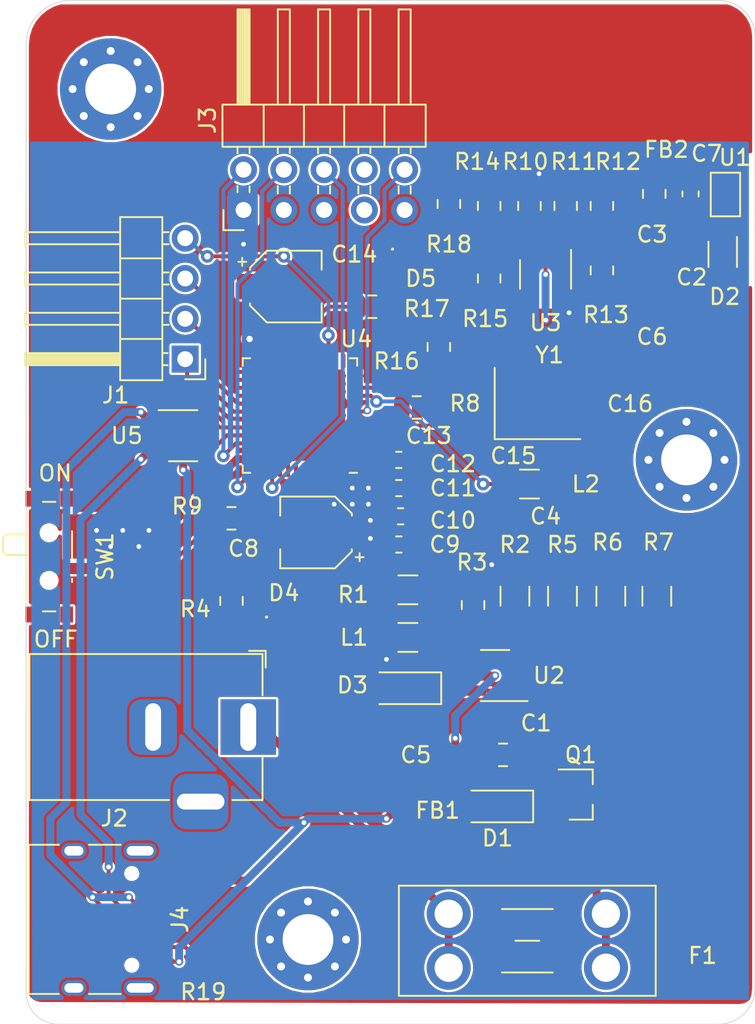
<source format=kicad_pcb>
(kicad_pcb (version 20171130) (host pcbnew "(5.1.5)-3")
  (layers (0 F.Cu signal) (31 B.Cu signal) (34 B.Paste user) (35 F.Paste user) (36 B.SilkS user) (37 F.SilkS user) (38 B.Mask user) (39 F.Mask user) (44 Edge.Cuts user))
  (net 0 "")
  (net 1 MSM_GND)
  (net 2 MSM_OUT)
  (net 3 "Net-(F1-Pad1)")
  (net 4 "Net-(D1-Pad1)")
  (net 5 GND)
  (net 6 +3V3)
  (net 7 ADC_IN)
  (net 8 "Net-(R14-Pad2)")
  (net 9 "Net-(R12-Pad1)")
  (net 10 "Net-(U4-Pad46)")
  (net 11 "Net-(U4-Pad45)")
  (net 12 BOOT0)
  (net 13 "Net-(U4-Pad43)")
  (net 14 "Net-(U4-Pad42)")
  (net 15 "Net-(U4-Pad41)")
  (net 16 "Net-(U4-Pad40)")
  (net 17 SWO)
  (net 18 "Net-(U4-Pad38)")
  (net 19 SWCLK)
  (net 20 SWDIO)
  (net 21 USB_D+)
  (net 22 USB_D-)
  (net 23 PA10)
  (net 24 PA9)
  (net 25 PA8)
  (net 26 "Net-(U4-Pad28)")
  (net 27 "Net-(U4-Pad27)")
  (net 28 "Net-(U4-Pad26)")
  (net 29 "Net-(U4-Pad25)")
  (net 30 "Net-(C14-Pad1)")
  (net 31 "Net-(U4-Pad21)")
  (net 32 "Net-(U4-Pad20)")
  (net 33 "Net-(U4-Pad19)")
  (net 34 "Net-(U4-Pad18)")
  (net 35 LED_STATUS)
  (net 36 "Net-(U4-Pad16)")
  (net 37 PWM)
  (net 38 "Net-(U4-Pad14)")
  (net 39 UART2_RX)
  (net 40 UART2_TX)
  (net 41 "Net-(U4-Pad11)")
  (net 42 VDDA)
  (net 43 NRST)
  (net 44 HSE_OUT)
  (net 45 HSE_IN)
  (net 46 "Net-(U4-Pad4)")
  (net 47 "Net-(U4-Pad3)")
  (net 48 "Net-(U4-Pad2)")
  (net 49 +5V)
  (net 50 USB_CONN_D+)
  (net 51 USB_CONN_D-)
  (net 52 BUCK_IN)
  (net 53 BUCK_EN)
  (net 54 "Net-(R2-Pad1)")
  (net 55 "Net-(D4-Pad1)")
  (net 56 "Net-(C16-Pad1)")
  (net 57 "Net-(R9-Pad1)")
  (net 58 CODEC_OUT)
  (net 59 "Net-(D5-Pad2)")
  (net 60 "Net-(J4-PadB5)")
  (net 61 "Net-(C1-Pad2)")
  (net 62 "Net-(C1-Pad1)")
  (net 63 MSM_VDD)
  (net 64 "Net-(J4-PadB8)")
  (net 65 CC)
  (net 66 "Net-(J4-PadA8)")
  (net 67 +12V)
  (net 68 CODEC_VDD)
  (net 69 "Net-(J3-Pad8)")
  (net 70 "Net-(J3-Pad7)")
  (net 71 "Net-(R5-Pad1)")
  (net 72 "Net-(R6-Pad1)")
  (net 73 "Net-(R10-Pad1)")
  (net 74 "Net-(R11-Pad1)")
  (net 75 "Net-(R14-Pad1)")
  (net 76 "Net-(R15-Pad1)")
  (module MEMS:MEMS38A (layer F.Cu) (at 134.954 87.312 180)
    (fp_text reference U1 (at 0.334 0.952) (layer F.SilkS))
    (fp_text value MSM38A2718Z9BM3)
    (pad 4 smd circle (at 0.925 -0.87 180) (size 1.45 1.45) (layers F.Cu F.Paste F.Mask) (net 2 MSM_OUT))
    (pad 3 smd rect (at 0.25 -2.4 180) (size 0.4 0.6) (layers F.Cu F.Paste F.Mask))
    (pad 2 smd rect (at 0.95 -2.4 180) (size 0.4 0.6) (layers F.Cu F.Paste F.Mask) (net 1 MSM_GND))
    (pad 1 smd rect (at 1.6 -2.4 180) (size 0.4 0.6) (layers F.Cu F.Paste F.Mask) (net 63 MSM_VDD))
  )
  (module MountingHole:MountingHole_3.2mm_M3_Pad_Via (layer F.Cu) (at 95.25 82.042)
    (fp_text reference REF** hide)
    (fp_text value MountingHole_3.2mm_M3_Pad_Via)
    (pad 1 thru_hole circle (at 0 0) (size 6.4 6.4) (drill 3.2) (layers *.Cu *.Mask))
    (pad 1 thru_hole circle (at 2.4 0) (size 0.8 0.8) (drill 0.5) (layers *.Cu *.Mask))
    (pad 1 thru_hole circle (at 1.697056 1.697056) (size 0.8 0.8) (drill 0.5) (layers *.Cu *.Mask))
    (pad 1 thru_hole circle (at 0 2.4) (size 0.8 0.8) (drill 0.5) (layers *.Cu *.Mask))
    (pad 1 thru_hole circle (at -1.697056 1.697056) (size 0.8 0.8) (drill 0.5) (layers *.Cu *.Mask))
    (pad 1 thru_hole circle (at -2.4 0) (size 0.8 0.8) (drill 0.5) (layers *.Cu *.Mask))
    (pad 1 thru_hole circle (at -1.697056 -1.697056) (size 0.8 0.8) (drill 0.5) (layers *.Cu *.Mask))
    (pad 1 thru_hole circle (at 0 -2.4) (size 0.8 0.8) (drill 0.5) (layers *.Cu *.Mask))
    (pad 1 thru_hole circle (at 1.697056 -1.697056) (size 0.8 0.8) (drill 0.5) (layers *.Cu *.Mask))
  )
  (module MountingHole:MountingHole_3.2mm_M3_Pad_Via (layer F.Cu) (at 131.572 105.41)
    (fp_text reference REF** hide)
    (fp_text value MountingHole_3.2mm_M3_Pad_Via)
    (pad 1 thru_hole circle (at 0 0) (size 6.4 6.4) (drill 3.2) (layers *.Cu *.Mask))
    (pad 1 thru_hole circle (at 2.4 0) (size 0.8 0.8) (drill 0.5) (layers *.Cu *.Mask))
    (pad 1 thru_hole circle (at 1.697056 1.697056) (size 0.8 0.8) (drill 0.5) (layers *.Cu *.Mask))
    (pad 1 thru_hole circle (at 0 2.4) (size 0.8 0.8) (drill 0.5) (layers *.Cu *.Mask))
    (pad 1 thru_hole circle (at -1.697056 1.697056) (size 0.8 0.8) (drill 0.5) (layers *.Cu *.Mask))
    (pad 1 thru_hole circle (at -2.4 0) (size 0.8 0.8) (drill 0.5) (layers *.Cu *.Mask))
    (pad 1 thru_hole circle (at -1.697056 -1.697056) (size 0.8 0.8) (drill 0.5) (layers *.Cu *.Mask))
    (pad 1 thru_hole circle (at 0 -2.4) (size 0.8 0.8) (drill 0.5) (layers *.Cu *.Mask))
    (pad 1 thru_hole circle (at 1.697056 -1.697056) (size 0.8 0.8) (drill 0.5) (layers *.Cu *.Mask))
  )
  (module Connector_PinHeader_2.54mm:PinHeader_1x04_P2.54mm_Horizontal (layer F.Cu) (at 99.949 99.06 180)
    (fp_text reference J1 (at 4.385 -2.27) (layer F.SilkS))
    (fp_text value Conn_01x04)
    (pad 4 thru_hole oval (at 0 7.62 180) (size 1.7 1.7) (drill 1) (layers *.Cu *.Mask) (net 37 PWM))
    (pad 3 thru_hole oval (at 0 5.08 180) (size 1.7 1.7) (drill 1) (layers *.Cu *.Mask) (net 25 PA8))
    (pad 2 thru_hole oval (at 0 2.54 180) (size 1.7 1.7) (drill 1) (layers *.Cu *.Mask) (net 24 PA9))
    (pad 1 thru_hole rect (at 0 0 180) (size 1.7 1.7) (drill 1) (layers *.Cu *.Mask) (net 23 PA10))
  )
  (module MountingHole:MountingHole_3.2mm_M3_Pad_Via (layer F.Cu) (at 107.696 135.636)
    (fp_text reference REF** hide)
    (fp_text value MountingHole_3.2mm_M3_Pad_Via)
    (pad 1 thru_hole circle (at 1.697056 -1.697056) (size 0.8 0.8) (drill 0.5) (layers *.Cu *.Mask))
    (pad 1 thru_hole circle (at 0 -2.4) (size 0.8 0.8) (drill 0.5) (layers *.Cu *.Mask))
    (pad 1 thru_hole circle (at -1.697056 -1.697056) (size 0.8 0.8) (drill 0.5) (layers *.Cu *.Mask))
    (pad 1 thru_hole circle (at -2.4 0) (size 0.8 0.8) (drill 0.5) (layers *.Cu *.Mask))
    (pad 1 thru_hole circle (at -1.697056 1.697056) (size 0.8 0.8) (drill 0.5) (layers *.Cu *.Mask))
    (pad 1 thru_hole circle (at 0 2.4) (size 0.8 0.8) (drill 0.5) (layers *.Cu *.Mask))
    (pad 1 thru_hole circle (at 1.697056 1.697056) (size 0.8 0.8) (drill 0.5) (layers *.Cu *.Mask))
    (pad 1 thru_hole circle (at 2.4 0) (size 0.8 0.8) (drill 0.5) (layers *.Cu *.Mask))
    (pad 1 thru_hole circle (at 0 0) (size 6.4 6.4) (drill 3.2) (layers *.Cu *.Mask))
  )
  (module Inductor_SMD:L_1206_3216Metric (layer F.Cu) (at 121.666 106.934 180)
    (fp_text reference L2 (at -3.556 0) (layer F.SilkS))
    (fp_text value "10u C1051")
    (pad 2 smd roundrect (at 1.4 0 180) (size 1.25 1.75) (layers F.Cu F.Paste F.Mask) (roundrect_rratio 0.2) (net 42 VDDA))
    (pad 1 smd roundrect (at -1.4 0 180) (size 1.25 1.75) (layers F.Cu F.Paste F.Mask) (roundrect_rratio 0.2) (net 6 +3V3))
  )
  (module Inductor_SMD:L_1206_3216Metric (layer F.Cu) (at 114 116.6 180)
    (fp_text reference L1 (at 3.4 0) (layer F.SilkS))
    (fp_text value "6u8 C395031")
    (pad 2 smd roundrect (at 1.4 0 180) (size 1.25 1.75) (layers F.Cu F.Paste F.Mask) (roundrect_rratio 0.2) (net 6 +3V3))
    (pad 1 smd roundrect (at -1.4 0 180) (size 1.25 1.75) (layers F.Cu F.Paste F.Mask) (roundrect_rratio 0.2) (net 61 "Net-(C1-Pad2)"))
  )
  (module Resistor_SMD:R_0402_1005Metric (layer F.Cu) (at 100.838 137.16 90)
    (fp_text reference R19 (at -1.778 0.254 180) (layer F.SilkS))
    (fp_text value 5K1)
    (pad 2 smd roundrect (at 0.485 0 90) (size 0.59 0.64) (layers F.Cu F.Paste F.Mask) (net 60 "Net-(J4-PadB5)"))
    (pad 1 smd roundrect (at -0.485 0 90) (size 0.59 0.64) (layers F.Cu F.Paste F.Mask) (net 5 GND))
  )
  (module Resistor_SMD:R_0805_2012Metric (layer F.Cu) (at 116.586 89.281 90)
    (fp_text reference R18 (at -2.54 0 180) (layer F.SilkS))
    (fp_text value 1K)
    (pad 2 smd roundrect (at 0.9375 0 90) (size 0.975 1.4) (layers F.Cu F.Paste F.Mask) (net 8 "Net-(R14-Pad2)"))
    (pad 1 smd roundrect (at -0.9375 0 90) (size 0.975 1.4) (layers F.Cu F.Paste F.Mask) (net 1 MSM_GND))
  )
  (module Resistor_SMD:R_0805_2012Metric (layer F.Cu) (at 111.76 95.758 180)
    (fp_text reference R17 (at -3.429 -0.127) (layer F.SilkS))
    (fp_text value 1k5)
    (pad 2 smd roundrect (at 0.9375 0 180) (size 0.975 1.4) (layers F.Cu F.Paste F.Mask) (net 35 LED_STATUS))
    (pad 1 smd roundrect (at -0.9375 0 180) (size 0.975 1.4) (layers F.Cu F.Paste F.Mask) (net 59 "Net-(D5-Pad2)"))
  )
  (module Resistor_SMD:R_0805_2012Metric (layer F.Cu) (at 115.951 98.298 90)
    (fp_text reference R16 (at -0.889 -2.667 180) (layer F.SilkS))
    (fp_text value 200)
    (pad 2 smd roundrect (at 0.9375 0 90) (size 0.975 1.4) (layers F.Cu F.Paste F.Mask) (net 76 "Net-(R15-Pad1)"))
    (pad 1 smd roundrect (at -0.9375 0 90) (size 0.975 1.4) (layers F.Cu F.Paste F.Mask) (net 7 ADC_IN))
  )
  (module Resistor_SMD:R_0805_2012Metric (layer F.Cu) (at 119.126 93.98 90)
    (fp_text reference R15 (at -2.54 -0.254 180) (layer F.SilkS))
    (fp_text value 200)
    (pad 2 smd roundrect (at 0.9375 0 90) (size 0.975 1.4) (layers F.Cu F.Paste F.Mask) (net 75 "Net-(R14-Pad1)"))
    (pad 1 smd roundrect (at -0.9375 0 90) (size 0.975 1.4) (layers F.Cu F.Paste F.Mask) (net 76 "Net-(R15-Pad1)"))
  )
  (module Resistor_SMD:R_0805_2012Metric (layer F.Cu) (at 119.126 89.408 90)
    (fp_text reference R14 (at 2.794 -0.762 180) (layer F.SilkS))
    (fp_text value 24K)
    (pad 2 smd roundrect (at 0.9375 0 90) (size 0.975 1.4) (layers F.Cu F.Paste F.Mask) (net 8 "Net-(R14-Pad2)"))
    (pad 1 smd roundrect (at -0.9375 0 90) (size 0.975 1.4) (layers F.Cu F.Paste F.Mask) (net 75 "Net-(R14-Pad1)"))
  )
  (module Resistor_SMD:R_0805_2012Metric (layer F.Cu) (at 126.238 93.472 270)
    (fp_text reference R13 (at 2.794 -0.254 180) (layer F.SilkS))
    (fp_text value 1K)
    (pad 2 smd roundrect (at 0.9375 0 270) (size 0.975 1.4) (layers F.Cu F.Paste F.Mask) (net 58 CODEC_OUT))
    (pad 1 smd roundrect (at -0.9375 0 270) (size 0.975 1.4) (layers F.Cu F.Paste F.Mask) (net 9 "Net-(R12-Pad1)"))
  )
  (module Resistor_SMD:R_0805_2012Metric (layer F.Cu) (at 126.238 89.408 90)
    (fp_text reference R12 (at 2.794 1.016 180) (layer F.SilkS))
    (fp_text value 50)
    (pad 2 smd roundrect (at 0.9375 0 90) (size 0.975 1.4) (layers F.Cu F.Paste F.Mask) (net 74 "Net-(R11-Pad1)"))
    (pad 1 smd roundrect (at -0.9375 0 90) (size 0.975 1.4) (layers F.Cu F.Paste F.Mask) (net 9 "Net-(R12-Pad1)"))
  )
  (module Resistor_SMD:R_0805_2012Metric (layer F.Cu) (at 123.952 89.408 270)
    (fp_text reference R11 (at -2.794 -0.508 180) (layer F.SilkS))
    (fp_text value 2K7)
    (pad 2 smd roundrect (at 0.9375 0 270) (size 0.975 1.4) (layers F.Cu F.Paste F.Mask) (net 73 "Net-(R10-Pad1)"))
    (pad 1 smd roundrect (at -0.9375 0 270) (size 0.975 1.4) (layers F.Cu F.Paste F.Mask) (net 74 "Net-(R11-Pad1)"))
  )
  (module Resistor_SMD:R_0805_2012Metric (layer F.Cu) (at 121.666 89.408 90)
    (fp_text reference R10 (at 2.794 -0.254 180) (layer F.SilkS))
    (fp_text value 62K)
    (pad 2 smd roundrect (at 0.9375 0 90) (size 0.975 1.4) (layers F.Cu F.Paste F.Mask) (net 6 +3V3))
    (pad 1 smd roundrect (at -0.9375 0 90) (size 0.975 1.4) (layers F.Cu F.Paste F.Mask) (net 73 "Net-(R10-Pad1)"))
  )
  (module Resistor_SMD:R_0805_2012Metric (layer F.Cu) (at 102.87 109.093)
    (fp_text reference R9 (at -2.794 -0.762) (layer F.SilkS))
    (fp_text value 10k)
    (pad 2 smd roundrect (at 0.9375 0) (size 0.975 1.4) (layers F.Cu F.Paste F.Mask) (net 12 BOOT0))
    (pad 1 smd roundrect (at -0.9375 0) (size 0.975 1.4) (layers F.Cu F.Paste F.Mask) (net 57 "Net-(R9-Pad1)"))
  )
  (module Resistor_SMD:R_0805_2012Metric (layer F.Cu) (at 114.554 102.108 180)
    (fp_text reference R8 (at -3.048 0.254) (layer F.SilkS))
    (fp_text value 47)
    (pad 2 smd roundrect (at 0.9375 0 180) (size 0.975 1.4) (layers F.Cu F.Paste F.Mask) (net 44 HSE_OUT))
    (pad 1 smd roundrect (at -0.9375 0 180) (size 0.975 1.4) (layers F.Cu F.Paste F.Mask) (net 56 "Net-(C16-Pad1)"))
  )
  (module Resistor_SMD:R_0805_2012Metric (layer F.Cu) (at 102.87 114.3 270)
    (fp_text reference R4 (at 0.508 2.286 180) (layer F.SilkS))
    (fp_text value 1K)
    (pad 2 smd roundrect (at 0.9375 0 270) (size 0.975 1.4) (layers F.Cu F.Paste F.Mask) (net 55 "Net-(D4-Pad1)"))
    (pad 1 smd roundrect (at -0.9375 0 270) (size 0.975 1.4) (layers F.Cu F.Paste F.Mask) (net 5 GND))
  )
  (module Resistor_SMD:R_0805_2012Metric (layer F.Cu) (at 118.11 114.554 270)
    (fp_text reference R3 (at -2.6875 0.07 180) (layer F.SilkS))
    (fp_text value 1M)
    (pad 2 smd roundrect (at 0.9375 0 270) (size 0.975 1.4) (layers F.Cu F.Paste F.Mask) (net 53 BUCK_EN))
    (pad 1 smd roundrect (at -0.9375 0 270) (size 0.975 1.4) (layers F.Cu F.Paste F.Mask) (net 5 GND))
  )
  (module Resistor_SMD:R_1206_3216Metric (layer F.Cu) (at 129.7 114 90)
    (fp_text reference R7 (at 3.4 0.1 180) (layer F.SilkS))
    (fp_text value 6k8)
    (pad 2 smd roundrect (at 1.4 0 90) (size 1.25 1.75) (layers F.Cu F.Paste F.Mask) (roundrect_rratio 0.2) (net 72 "Net-(R6-Pad1)"))
    (pad 1 smd roundrect (at -1.4 0 90) (size 1.25 1.75) (layers F.Cu F.Paste F.Mask) (roundrect_rratio 0.2) (net 5 GND))
  )
  (module Resistor_SMD:R_1206_3216Metric (layer F.Cu) (at 126.8 114 270)
    (fp_text reference R6 (at -3.4 0.2 180) (layer F.SilkS))
    (fp_text value 10k)
    (pad 2 smd roundrect (at 1.4 0 270) (size 1.25 1.75) (layers F.Cu F.Paste F.Mask) (roundrect_rratio 0.2) (net 71 "Net-(R5-Pad1)"))
    (pad 1 smd roundrect (at -1.4 0 270) (size 1.25 1.75) (layers F.Cu F.Paste F.Mask) (roundrect_rratio 0.2) (net 72 "Net-(R6-Pad1)"))
  )
  (module Resistor_SMD:R_1206_3216Metric (layer F.Cu) (at 123.75 114 90)
    (fp_text reference R5 (at 3.25 0 180) (layer F.SilkS))
    (fp_text value 130k)
    (pad 2 smd roundrect (at 1.4 0 90) (size 1.25 1.75) (layers F.Cu F.Paste F.Mask) (roundrect_rratio 0.2) (net 54 "Net-(R2-Pad1)"))
    (pad 1 smd roundrect (at -1.4 0 90) (size 1.25 1.75) (layers F.Cu F.Paste F.Mask) (roundrect_rratio 0.2) (net 71 "Net-(R5-Pad1)"))
  )
  (module Resistor_SMD:R_1206_3216Metric (layer F.Cu) (at 120.75 114 90)
    (fp_text reference R2 (at 3.25 0 180) (layer F.SilkS))
    (fp_text value 47k)
    (pad 2 smd roundrect (at 1.4 0 90) (size 1.25 1.75) (layers F.Cu F.Paste F.Mask) (roundrect_rratio 0.2) (net 6 +3V3))
    (pad 1 smd roundrect (at -1.4 0 90) (size 1.25 1.75) (layers F.Cu F.Paste F.Mask) (roundrect_rratio 0.2) (net 54 "Net-(R2-Pad1)"))
  )
  (module Resistor_SMD:R_1206_3216Metric (layer F.Cu) (at 114 113.6 180)
    (fp_text reference R1 (at 3.45 -0.3) (layer F.SilkS))
    (fp_text value 10K)
    (pad 2 smd roundrect (at 1.4 0 180) (size 1.25 1.75) (layers F.Cu F.Paste F.Mask) (roundrect_rratio 0.2) (net 52 BUCK_IN))
    (pad 1 smd roundrect (at -1.4 0 180) (size 1.25 1.75) (layers F.Cu F.Paste F.Mask) (roundrect_rratio 0.2) (net 53 BUCK_EN))
  )
  (module Crystal:Crystal_SMD_3225-4Pin_3.2x2.5mm_HandSoldering (layer F.Cu) (at 122.174 101.854)
    (fp_text reference Y1 (at 0.762 -3.05) (layer F.SilkS))
    (fp_text value 25MHz)
    (pad 4 smd rect (at -1.45 -1.15) (size 2.1 1.8) (layers F.Cu F.Paste F.Mask) (net 5 GND))
    (pad 3 smd rect (at 1.45 -1.15) (size 2.1 1.8) (layers F.Cu F.Paste F.Mask) (net 56 "Net-(C16-Pad1)"))
    (pad 2 smd rect (at 1.45 1.15) (size 2.1 1.8) (layers F.Cu F.Paste F.Mask) (net 5 GND))
    (pad 1 smd rect (at -1.45 1.15) (size 2.1 1.8) (layers F.Cu F.Paste F.Mask) (net 45 HSE_IN))
  )
  (module Package_TO_SOT_SMD:SOT-23-6 (layer F.Cu) (at 99.822 103.886)
    (fp_text reference U5 (at -3.556 0) (layer F.SilkS))
    (fp_text value USBLC6-2SC6)
    (pad 5 smd rect (at 1.1 0) (size 1.06 0.65) (layers F.Cu F.Paste F.Mask) (net 49 +5V))
    (pad 6 smd rect (at 1.1 -0.95) (size 1.06 0.65) (layers F.Cu F.Paste F.Mask) (net 22 USB_D-))
    (pad 4 smd rect (at 1.1 0.95) (size 1.06 0.65) (layers F.Cu F.Paste F.Mask) (net 21 USB_D+))
    (pad 3 smd rect (at -1.1 0.95) (size 1.06 0.65) (layers F.Cu F.Paste F.Mask) (net 50 USB_CONN_D+))
    (pad 2 smd rect (at -1.1 0) (size 1.06 0.65) (layers F.Cu F.Paste F.Mask) (net 5 GND))
    (pad 1 smd rect (at -1.1 -0.95) (size 1.06 0.65) (layers F.Cu F.Paste F.Mask) (net 51 USB_CONN_D-))
  )
  (module Package_DFN_QFN:QFN-48-1EP_7x7mm_P0.5mm_EP5.6x5.6mm (layer F.Cu) (at 107.188 102.616 180)
    (fp_text reference U4 (at -3.556 4.826) (layer F.SilkS))
    (fp_text value STM32F401CCUx)
    (pad 48 smd roundrect (at -2.75 -3.4375 180) (size 0.25 0.875) (layers F.Cu F.Paste F.Mask) (net 6 +3V3))
    (pad 47 smd roundrect (at -2.25 -3.4375 180) (size 0.25 0.875) (layers F.Cu F.Paste F.Mask) (net 5 GND))
    (pad 46 smd roundrect (at -1.75 -3.4375 180) (size 0.25 0.875) (layers F.Cu F.Paste F.Mask) (net 10 "Net-(U4-Pad46)"))
    (pad 45 smd roundrect (at -1.25 -3.4375 180) (size 0.25 0.875) (layers F.Cu F.Paste F.Mask) (net 11 "Net-(U4-Pad45)"))
    (pad 44 smd roundrect (at -0.75 -3.4375 180) (size 0.25 0.875) (layers F.Cu F.Paste F.Mask) (net 12 BOOT0))
    (pad 43 smd roundrect (at -0.25 -3.4375 180) (size 0.25 0.875) (layers F.Cu F.Paste F.Mask) (net 13 "Net-(U4-Pad43)"))
    (pad 42 smd roundrect (at 0.25 -3.4375 180) (size 0.25 0.875) (layers F.Cu F.Paste F.Mask) (net 14 "Net-(U4-Pad42)"))
    (pad 41 smd roundrect (at 0.75 -3.4375 180) (size 0.25 0.875) (layers F.Cu F.Paste F.Mask) (net 15 "Net-(U4-Pad41)"))
    (pad 40 smd roundrect (at 1.25 -3.4375 180) (size 0.25 0.875) (layers F.Cu F.Paste F.Mask) (net 16 "Net-(U4-Pad40)"))
    (pad 39 smd roundrect (at 1.75 -3.4375 180) (size 0.25 0.875) (layers F.Cu F.Paste F.Mask) (net 17 SWO))
    (pad 38 smd roundrect (at 2.25 -3.4375 180) (size 0.25 0.875) (layers F.Cu F.Paste F.Mask) (net 18 "Net-(U4-Pad38)"))
    (pad 37 smd roundrect (at 2.75 -3.4375 180) (size 0.25 0.875) (layers F.Cu F.Paste F.Mask) (net 19 SWCLK))
    (pad 36 smd roundrect (at 3.4375 -2.75 180) (size 0.875 0.25) (layers F.Cu F.Paste F.Mask) (net 6 +3V3))
    (pad 35 smd roundrect (at 3.4375 -2.25 180) (size 0.875 0.25) (layers F.Cu F.Paste F.Mask) (net 5 GND))
    (pad 34 smd roundrect (at 3.4375 -1.75 180) (size 0.875 0.25) (layers F.Cu F.Paste F.Mask) (net 20 SWDIO))
    (pad 33 smd roundrect (at 3.4375 -1.25 180) (size 0.875 0.25) (layers F.Cu F.Paste F.Mask) (net 21 USB_D+))
    (pad 32 smd roundrect (at 3.4375 -0.75 180) (size 0.875 0.25) (layers F.Cu F.Paste F.Mask) (net 22 USB_D-))
    (pad 31 smd roundrect (at 3.4375 -0.25 180) (size 0.875 0.25) (layers F.Cu F.Paste F.Mask) (net 23 PA10))
    (pad 30 smd roundrect (at 3.4375 0.25 180) (size 0.875 0.25) (layers F.Cu F.Paste F.Mask) (net 24 PA9))
    (pad 29 smd roundrect (at 3.4375 0.75 180) (size 0.875 0.25) (layers F.Cu F.Paste F.Mask) (net 25 PA8))
    (pad 28 smd roundrect (at 3.4375 1.25 180) (size 0.875 0.25) (layers F.Cu F.Paste F.Mask) (net 26 "Net-(U4-Pad28)"))
    (pad 27 smd roundrect (at 3.4375 1.75 180) (size 0.875 0.25) (layers F.Cu F.Paste F.Mask) (net 27 "Net-(U4-Pad27)"))
    (pad 26 smd roundrect (at 3.4375 2.25 180) (size 0.875 0.25) (layers F.Cu F.Paste F.Mask) (net 28 "Net-(U4-Pad26)"))
    (pad 25 smd roundrect (at 3.4375 2.75 180) (size 0.875 0.25) (layers F.Cu F.Paste F.Mask) (net 29 "Net-(U4-Pad25)"))
    (pad 24 smd roundrect (at 2.75 3.4375 180) (size 0.25 0.875) (layers F.Cu F.Paste F.Mask) (net 6 +3V3))
    (pad 23 smd roundrect (at 2.25 3.4375 180) (size 0.25 0.875) (layers F.Cu F.Paste F.Mask) (net 5 GND))
    (pad 22 smd roundrect (at 1.75 3.4375 180) (size 0.25 0.875) (layers F.Cu F.Paste F.Mask) (net 30 "Net-(C14-Pad1)"))
    (pad 21 smd roundrect (at 1.25 3.4375 180) (size 0.25 0.875) (layers F.Cu F.Paste F.Mask) (net 31 "Net-(U4-Pad21)"))
    (pad 20 smd roundrect (at 0.75 3.4375 180) (size 0.25 0.875) (layers F.Cu F.Paste F.Mask) (net 32 "Net-(U4-Pad20)"))
    (pad 19 smd roundrect (at 0.25 3.4375 180) (size 0.25 0.875) (layers F.Cu F.Paste F.Mask) (net 33 "Net-(U4-Pad19)"))
    (pad 18 smd roundrect (at -0.25 3.4375 180) (size 0.25 0.875) (layers F.Cu F.Paste F.Mask) (net 34 "Net-(U4-Pad18)"))
    (pad 17 smd roundrect (at -0.75 3.4375 180) (size 0.25 0.875) (layers F.Cu F.Paste F.Mask) (net 35 LED_STATUS))
    (pad 16 smd roundrect (at -1.25 3.4375 180) (size 0.25 0.875) (layers F.Cu F.Paste F.Mask) (net 36 "Net-(U4-Pad16)"))
    (pad 15 smd roundrect (at -1.75 3.4375 180) (size 0.25 0.875) (layers F.Cu F.Paste F.Mask) (net 37 PWM))
    (pad 14 smd roundrect (at -2.25 3.4375 180) (size 0.25 0.875) (layers F.Cu F.Paste F.Mask) (net 38 "Net-(U4-Pad14)"))
    (pad 13 smd roundrect (at -2.75 3.4375 180) (size 0.25 0.875) (layers F.Cu F.Paste F.Mask) (net 39 UART2_RX))
    (pad 12 smd roundrect (at -3.4375 2.75 180) (size 0.875 0.25) (layers F.Cu F.Paste F.Mask) (net 40 UART2_TX))
    (pad 11 smd roundrect (at -3.4375 2.25 180) (size 0.875 0.25) (layers F.Cu F.Paste F.Mask) (net 41 "Net-(U4-Pad11)"))
    (pad 10 smd roundrect (at -3.4375 1.75 180) (size 0.875 0.25) (layers F.Cu F.Paste F.Mask) (net 7 ADC_IN))
    (pad 9 smd roundrect (at -3.4375 1.25 180) (size 0.875 0.25) (layers F.Cu F.Paste F.Mask) (net 42 VDDA))
    (pad 8 smd roundrect (at -3.4375 0.75 180) (size 0.875 0.25) (layers F.Cu F.Paste F.Mask) (net 5 GND))
    (pad 7 smd roundrect (at -3.4375 0.25 180) (size 0.875 0.25) (layers F.Cu F.Paste F.Mask) (net 43 NRST))
    (pad 6 smd roundrect (at -3.4375 -0.25 180) (size 0.875 0.25) (layers F.Cu F.Paste F.Mask) (net 44 HSE_OUT))
    (pad 5 smd roundrect (at -3.4375 -0.75 180) (size 0.875 0.25) (layers F.Cu F.Paste F.Mask) (net 45 HSE_IN))
    (pad 4 smd roundrect (at -3.4375 -1.25 180) (size 0.875 0.25) (layers F.Cu F.Paste F.Mask) (net 46 "Net-(U4-Pad4)"))
    (pad 3 smd roundrect (at -3.4375 -1.75 180) (size 0.875 0.25) (layers F.Cu F.Paste F.Mask) (net 47 "Net-(U4-Pad3)"))
    (pad 2 smd roundrect (at -3.4375 -2.25 180) (size 0.875 0.25) (layers F.Cu F.Paste F.Mask) (net 48 "Net-(U4-Pad2)"))
    (pad 1 smd roundrect (at -3.4375 -2.75 180) (size 0.875 0.25) (layers F.Cu F.Paste F.Mask) (net 6 +3V3))
    (pad 49 smd roundrect (at 0 0 180) (size 5.6 5.6) (layers F.Cu F.Mask) (roundrect_rratio 0.044643) (net 5 GND))
  )
  (module Package_TO_SOT_SMD:SOT-23-5 (layer F.Cu) (at 122.682 93.726 270)
    (fp_text reference U3 (at 3.048 0 180) (layer F.SilkS))
    (fp_text value LM321)
    (pad 5 smd rect (at 1.1 -0.95 270) (size 1.06 0.65) (layers F.Cu F.Paste F.Mask) (net 6 +3V3))
    (pad 4 smd rect (at 1.1 0.95 270) (size 1.06 0.65) (layers F.Cu F.Paste F.Mask) (net 7 ADC_IN))
    (pad 3 smd rect (at -1.1 0.95 270) (size 1.06 0.65) (layers F.Cu F.Paste F.Mask) (net 8 "Net-(R14-Pad2)"))
    (pad 2 smd rect (at -1.1 0 270) (size 1.06 0.65) (layers F.Cu F.Paste F.Mask) (net 5 GND))
    (pad 1 smd rect (at -1.1 -0.95 270) (size 1.06 0.65) (layers F.Cu F.Paste F.Mask) (net 9 "Net-(R12-Pad1)"))
  )
  (module Package_TO_SOT_SMD:SOT-23-6_Handsoldering (layer F.Cu) (at 119.5 119 180)
    (fp_text reference U2 (at -3.4 0) (layer F.SilkS))
    (fp_text value EUP3458)
    (pad 5 smd rect (at 1.35 0 180) (size 1.56 0.65) (layers F.Cu F.Paste F.Mask) (net 52 BUCK_IN))
    (pad 6 smd rect (at 1.35 -0.95 180) (size 1.56 0.65) (layers F.Cu F.Paste F.Mask) (net 61 "Net-(C1-Pad2)"))
    (pad 4 smd rect (at 1.35 0.95 180) (size 1.56 0.65) (layers F.Cu F.Paste F.Mask) (net 53 BUCK_EN))
    (pad 3 smd rect (at -1.35 0.95 180) (size 1.56 0.65) (layers F.Cu F.Paste F.Mask) (net 54 "Net-(R2-Pad1)"))
    (pad 2 smd rect (at -1.35 0 180) (size 1.56 0.65) (layers F.Cu F.Paste F.Mask) (net 5 GND))
    (pad 1 smd rect (at -1.35 -0.95 180) (size 1.56 0.65) (layers F.Cu F.Paste F.Mask) (net 62 "Net-(C1-Pad1)"))
  )
  (module Button_Switch_SMD:SW_SPDT_PCM12 (layer F.Cu) (at 91.694 111.506 270)
    (fp_text reference SW1 (at 0 -3.2 90) (layer F.SilkS))
    (fp_text value SW_SPDT)
    (pad "" smd rect (at -3.65 -0.78 270) (size 1 0.8) (layers F.Cu F.Paste F.Mask))
    (pad "" smd rect (at 3.65 -0.78 270) (size 1 0.8) (layers F.Cu F.Paste F.Mask))
    (pad "" smd rect (at 3.65 1.43 270) (size 1 0.8) (layers F.Cu F.Paste F.Mask))
    (pad "" smd rect (at -3.65 1.43 270) (size 1 0.8) (layers F.Cu F.Paste F.Mask))
    (pad 3 smd rect (at 2.25 -1.43 270) (size 0.7 1.5) (layers F.Cu F.Paste F.Mask) (net 5 GND))
    (pad 2 smd rect (at 0.75 -1.43 270) (size 0.7 1.5) (layers F.Cu F.Paste F.Mask) (net 57 "Net-(R9-Pad1)"))
    (pad 1 smd rect (at -2.25 -1.43 270) (size 0.7 1.5) (layers F.Cu F.Paste F.Mask) (net 6 +3V3))
    (pad "" np_thru_hole circle (at 1.5 0.33 270) (size 0.9 0.9) (drill 0.9) (layers *.Cu *.Mask))
    (pad "" np_thru_hole circle (at -1.5 0.33 270) (size 0.9 0.9) (drill 0.9) (layers *.Cu *.Mask))
  )
  (module Package_TO_SOT_SMD:SOT-23 (layer F.Cu) (at 124.9 126.5)
    (fp_text reference Q1 (at 0 -2.5) (layer F.SilkS))
    (fp_text value AO3401A)
    (pad 3 smd rect (at 1 0) (size 0.9 0.8) (layers F.Cu F.Paste F.Mask) (net 3 "Net-(F1-Pad1)"))
    (pad 2 smd rect (at -1 0.95) (size 0.9 0.8) (layers F.Cu F.Paste F.Mask) (net 4 "Net-(D1-Pad1)"))
    (pad 1 smd rect (at -1 -0.95) (size 0.9 0.8) (layers F.Cu F.Paste F.Mask) (net 5 GND))
  )
  (module Connector_USB:USB_C_Receptacle_HRO_TYPE-C-31-M-12 (layer F.Cu) (at 93.98 134.366 270)
    (fp_text reference J4 (at 0 -5.645 90) (layer F.SilkS))
    (fp_text value USB_C_Receptacle_USB2.0)
    (pad B1 smd rect (at 3.25 -4.045 270) (size 0.6 1.45) (layers F.Cu F.Paste F.Mask) (net 5 GND))
    (pad A9 smd rect (at 2.45 -4.045 270) (size 0.6 1.45) (layers F.Cu F.Paste F.Mask) (net 49 +5V))
    (pad B9 smd rect (at -2.45 -4.045 270) (size 0.6 1.45) (layers F.Cu F.Paste F.Mask) (net 49 +5V))
    (pad B12 smd rect (at -3.25 -4.045 270) (size 0.6 1.45) (layers F.Cu F.Paste F.Mask) (net 5 GND))
    (pad A1 smd rect (at -3.25 -4.045 270) (size 0.6 1.45) (layers F.Cu F.Paste F.Mask) (net 5 GND))
    (pad A4 smd rect (at -2.45 -4.045 270) (size 0.6 1.45) (layers F.Cu F.Paste F.Mask) (net 49 +5V))
    (pad B4 smd rect (at 2.45 -4.045 270) (size 0.6 1.45) (layers F.Cu F.Paste F.Mask) (net 49 +5V))
    (pad A12 smd rect (at 3.25 -4.045 270) (size 0.6 1.45) (layers F.Cu F.Paste F.Mask) (net 5 GND))
    (pad B8 smd rect (at -1.75 -4.045 270) (size 0.3 1.45) (layers F.Cu F.Paste F.Mask) (net 64 "Net-(J4-PadB8)"))
    (pad A5 smd rect (at -1.25 -4.045 270) (size 0.3 1.45) (layers F.Cu F.Paste F.Mask) (net 65 CC))
    (pad B7 smd rect (at -0.75 -4.045 270) (size 0.3 1.45) (layers F.Cu F.Paste F.Mask) (net 51 USB_CONN_D-))
    (pad A7 smd rect (at 0.25 -4.045 270) (size 0.3 1.45) (layers F.Cu F.Paste F.Mask) (net 51 USB_CONN_D-))
    (pad B6 smd rect (at 0.75 -4.045 270) (size 0.3 1.45) (layers F.Cu F.Paste F.Mask) (net 50 USB_CONN_D+))
    (pad A8 smd rect (at 1.25 -4.045 270) (size 0.3 1.45) (layers F.Cu F.Paste F.Mask) (net 66 "Net-(J4-PadA8)"))
    (pad B5 smd rect (at 1.75 -4.045 270) (size 0.3 1.45) (layers F.Cu F.Paste F.Mask) (net 60 "Net-(J4-PadB5)"))
    (pad A6 smd rect (at -0.25 -4.045 270) (size 0.3 1.45) (layers F.Cu F.Paste F.Mask) (net 50 USB_CONN_D+))
    (pad S1 thru_hole oval (at 4.32 -3.13 270) (size 1 2.1) (drill oval 0.6 1.7) (layers *.Cu *.Mask) (net 5 GND))
    (pad S1 thru_hole oval (at -4.32 -3.13 270) (size 1 2.1) (drill oval 0.6 1.7) (layers *.Cu *.Mask) (net 5 GND))
    (pad "" np_thru_hole circle (at -2.89 -2.6 270) (size 0.65 0.65) (drill 0.65) (layers *.Cu *.Mask))
    (pad S1 thru_hole oval (at -4.32 1.05 270) (size 1 1.6) (drill oval 0.6 1.2) (layers *.Cu *.Mask) (net 5 GND))
    (pad "" np_thru_hole circle (at 2.89 -2.6 270) (size 0.65 0.65) (drill 0.65) (layers *.Cu *.Mask))
    (pad S1 thru_hole oval (at 4.32 1.05 270) (size 1 1.6) (drill oval 0.6 1.2) (layers *.Cu *.Mask) (net 5 GND))
  )
  (module Connector_PinHeader_2.54mm:PinHeader_2x05_P2.54mm_Horizontal (layer F.Cu) (at 103.632 89.662 90)
    (fp_text reference J3 (at 5.655 -2.27 90) (layer F.SilkS))
    (fp_text value SWD)
    (pad 10 thru_hole oval (at 2.54 10.16 90) (size 1.7 1.7) (drill 1) (layers *.Cu *.Mask) (net 43 NRST))
    (pad 9 thru_hole oval (at 0 10.16 90) (size 1.7 1.7) (drill 1) (layers *.Cu *.Mask) (net 5 GND))
    (pad 8 thru_hole oval (at 2.54 7.62 90) (size 1.7 1.7) (drill 1) (layers *.Cu *.Mask) (net 69 "Net-(J3-Pad8)"))
    (pad 7 thru_hole oval (at 0 7.62 90) (size 1.7 1.7) (drill 1) (layers *.Cu *.Mask) (net 70 "Net-(J3-Pad7)"))
    (pad 6 thru_hole oval (at 2.54 5.08 90) (size 1.7 1.7) (drill 1) (layers *.Cu *.Mask) (net 17 SWO))
    (pad 5 thru_hole oval (at 0 5.08 90) (size 1.7 1.7) (drill 1) (layers *.Cu *.Mask) (net 5 GND))
    (pad 4 thru_hole oval (at 2.54 2.54 90) (size 1.7 1.7) (drill 1) (layers *.Cu *.Mask) (net 19 SWCLK))
    (pad 3 thru_hole oval (at 0 2.54 90) (size 1.7 1.7) (drill 1) (layers *.Cu *.Mask) (net 5 GND))
    (pad 2 thru_hole oval (at 2.54 0 90) (size 1.7 1.7) (drill 1) (layers *.Cu *.Mask) (net 20 SWDIO))
    (pad 1 thru_hole rect (at 0 0 90) (size 1.7 1.7) (drill 1) (layers *.Cu *.Mask) (net 6 +3V3))
  )
  (module Connector_BarrelJack:BarrelJack_Horizontal (layer F.Cu) (at 103.928 122.246)
    (fp_text reference J2 (at -8.45 5.75) (layer F.SilkS))
    (fp_text value Power_Conn)
    (pad 3 thru_hole roundrect (at -3 4.7) (size 3.5 3.5) (drill oval 3 1) (layers *.Cu *.Mask) (net 5 GND))
    (pad 2 thru_hole roundrect (at -6 0) (size 3 3.5) (drill oval 1 3) (layers *.Cu *.Mask) (net 5 GND))
    (pad 1 thru_hole rect (at 0 0) (size 3.5 3.5) (drill oval 1 3) (layers *.Cu *.Mask) (net 67 +12V))
  )
  (module Resistor_SMD:R_0805_2012Metric_Pad1.15x1.40mm_HandSolder (layer F.Cu) (at 129.54 88.646 90)
    (fp_text reference FB2 (at 2.794 0.762 180) (layer F.SilkS))
    (fp_text value BLM15AX102SN1D)
    (pad 2 smd roundrect (at 1.025 0 90) (size 1.15 1.4) (layers F.Cu F.Paste F.Mask) (roundrect_rratio 0.217391) (net 63 MSM_VDD))
    (pad 1 smd roundrect (at -1.025 0 90) (size 1.15 1.4) (layers F.Cu F.Paste F.Mask) (roundrect_rratio 0.217391) (net 68 CODEC_VDD))
  )
  (module Resistor_SMD:R_0805_2012Metric_Pad1.15x1.40mm_HandSolder (layer F.Cu) (at 120 124)
    (fp_text reference FB1 (at -4.125 3.5) (layer F.SilkS))
    (fp_text value "600 @ 600MHz")
    (pad 2 smd roundrect (at 1.025 0) (size 1.15 1.4) (layers F.Cu F.Paste F.Mask) (roundrect_rratio 0.217391) (net 4 "Net-(D1-Pad1)"))
    (pad 1 smd roundrect (at -1.025 0) (size 1.15 1.4) (layers F.Cu F.Paste F.Mask) (roundrect_rratio 0.217391) (net 52 BUCK_IN))
  )
  (module Fuse:Fuseholder_Blade_Mini_Keystone_3568 (layer F.Cu) (at 126.492 137.414 180)
    (fp_text reference F1 (at -6.096 0.762) (layer F.SilkS))
    (fp_text value 250mA)
    (pad 2 thru_hole circle (at 9.92 3.4 180) (size 2.78 2.78) (drill 1.78) (layers *.Cu *.Mask) (net 67 +12V))
    (pad 2 thru_hole circle (at 9.92 0 180) (size 2.78 2.78) (drill 1.78) (layers *.Cu *.Mask) (net 67 +12V))
    (pad 1 thru_hole circle (at 0 3.4 180) (size 2.78 2.78) (drill 1.78) (layers *.Cu *.Mask) (net 3 "Net-(F1-Pad1)"))
    (pad 1 thru_hole circle (at 0 0 180) (size 2.78 2.78) (drill 1.78) (layers *.Cu *.Mask) (net 3 "Net-(F1-Pad1)"))
  )
  (module Diode_SMD:D_0402_1005Metric (layer F.Cu) (at 113.03 93.218 270)
    (fp_text reference D5 (at 0.762 -1.778 180) (layer F.SilkS))
    (fp_text value BLUE)
    (pad 2 smd roundrect (at 0.485 0 270) (size 0.59 0.64) (layers F.Cu F.Paste F.Mask) (net 59 "Net-(D5-Pad2)"))
    (pad 1 smd roundrect (at -0.485 0 270) (size 0.59 0.64) (layers F.Cu F.Paste F.Mask) (net 5 GND))
  )
  (module Diode_SMD:D_0402_1005Metric (layer F.Cu) (at 106.172 115.316)
    (fp_text reference D4 (at 0 -1.524) (layer F.SilkS))
    (fp_text value RED)
    (pad 2 smd roundrect (at 0.485 0) (size 0.59 0.64) (layers F.Cu F.Paste F.Mask) (net 6 +3V3))
    (pad 1 smd roundrect (at -0.485 0) (size 0.59 0.64) (layers F.Cu F.Paste F.Mask) (net 55 "Net-(D4-Pad1)"))
  )
  (module Diode_SMD:D_SOD-123 (layer F.Cu) (at 113.85 119.8 180)
    (fp_text reference D3 (at 3.35 0.2) (layer F.SilkS))
    (fp_text value B5819W)
    (pad 2 smd rect (at 1.65 0 180) (size 0.9 1.2) (layers F.Cu F.Paste F.Mask) (net 5 GND))
    (pad 1 smd rect (at -1.65 0 180) (size 0.9 1.2) (layers F.Cu F.Paste F.Mask) (net 61 "Net-(C1-Pad2)"))
  )
  (module Package_TO_SOT_SMD:SOT-666 (layer F.Cu) (at 133.858 92.456 270)
    (fp_text reference D2 (at 2.667 -0.127 180) (layer F.SilkS))
    (fp_text value PESD5V0F1BL)
    (pad 6 smd rect (at 0.85 -0.5375 270) (size 0.5 0.375) (layers F.Cu F.Paste F.Mask))
    (pad 4 smd rect (at 0.85 0.5375 270) (size 0.5 0.375) (layers F.Cu F.Paste F.Mask))
    (pad 2 smd rect (at -0.925 0 270) (size 0.65 0.3) (layers F.Cu F.Paste F.Mask) (net 1 MSM_GND))
    (pad 5 smd rect (at 0.925 0 270) (size 0.65 0.3) (layers F.Cu F.Paste F.Mask))
    (pad 3 smd rect (at -0.85 0.5375 270) (size 0.5 0.375) (layers F.Cu F.Paste F.Mask))
    (pad 1 smd rect (at -0.85 -0.5375 270) (size 0.5 0.375) (layers F.Cu F.Paste F.Mask) (net 2 MSM_OUT))
  )
  (module Diode_SMD:D_SOD-123 (layer F.Cu) (at 119.65 127.25 180)
    (fp_text reference D1 (at 0 -2) (layer F.SilkS))
    (fp_text value B5819W)
    (pad 2 smd rect (at 1.65 0 180) (size 0.9 1.2) (layers F.Cu F.Paste F.Mask) (net 49 +5V))
    (pad 1 smd rect (at -1.65 0 180) (size 0.9 1.2) (layers F.Cu F.Paste F.Mask) (net 4 "Net-(D1-Pad1)"))
  )
  (module Capacitor_SMD:C_0402_1005Metric (layer F.Cu) (at 125.984 101.877 270)
    (fp_text reference C16 (at 0 -2.032 180) (layer F.SilkS))
    (fp_text value 10p)
    (pad 2 smd roundrect (at 0.485 0 270) (size 0.59 0.64) (layers F.Cu F.Paste F.Mask) (net 5 GND))
    (pad 1 smd roundrect (at -0.485 0 270) (size 0.59 0.64) (layers F.Cu F.Paste F.Mask) (net 56 "Net-(C16-Pad1)"))
  )
  (module Capacitor_SMD:C_0402_1005Metric (layer F.Cu) (at 118.364 103.609 270)
    (fp_text reference C15 (at 1.547 -2.286 180) (layer F.SilkS))
    (fp_text value "10p C335976")
    (pad 2 smd roundrect (at 0.485 0 270) (size 0.59 0.64) (layers F.Cu F.Paste F.Mask) (net 5 GND))
    (pad 1 smd roundrect (at -0.485 0 270) (size 0.59 0.64) (layers F.Cu F.Paste F.Mask) (net 45 HSE_IN))
  )
  (module Capacitor_SMD:CP_Elec_4x5.7 (layer F.Cu) (at 106.299 94.488)
    (fp_text reference C14 (at 4.318 -2.032) (layer F.SilkS))
    (fp_text value 2u2)
    (pad 2 smd roundrect (at 1.8 0) (size 2.6 1.6) (layers F.Cu F.Paste F.Mask) (roundrect_rratio 0.15625) (net 5 GND))
    (pad 1 smd roundrect (at -1.8 0) (size 2.6 1.6) (layers F.Cu F.Paste F.Mask) (roundrect_rratio 0.15625) (net 30 "Net-(C14-Pad1)"))
  )
  (module Capacitor_SMD:C_0402_1005Metric (layer F.Cu) (at 112.753 103.886)
    (fp_text reference C13 (at 2.563 0) (layer F.SilkS))
    (fp_text value 10n)
    (pad 2 smd roundrect (at 0.485 0) (size 0.59 0.64) (layers F.Cu F.Paste F.Mask) (net 5 GND))
    (pad 1 smd roundrect (at -0.485 0) (size 0.59 0.64) (layers F.Cu F.Paste F.Mask) (net 6 +3V3))
  )
  (module Capacitor_SMD:C_0603_1608Metric_Pad1.05x0.95mm_HandSolder (layer F.Cu) (at 113.425 105.41)
    (fp_text reference C12 (at 3.415 0.254) (layer F.SilkS))
    (fp_text value 100n)
    (pad 2 smd roundrect (at 0.875 0) (size 1.05 0.95) (layers F.Cu F.Paste F.Mask) (net 5 GND))
    (pad 1 smd roundrect (at -0.875 0) (size 1.05 0.95) (layers F.Cu F.Paste F.Mask) (net 6 +3V3))
  )
  (module Capacitor_SMD:C_0603_1608Metric_Pad1.05x0.95mm_HandSolder (layer F.Cu) (at 113.425 107.188)
    (fp_text reference C11 (at 3.415 0) (layer F.SilkS))
    (fp_text value 100n)
    (pad 2 smd roundrect (at 0.875 0) (size 1.05 0.95) (layers F.Cu F.Paste F.Mask) (net 5 GND))
    (pad 1 smd roundrect (at -0.875 0) (size 1.05 0.95) (layers F.Cu F.Paste F.Mask) (net 6 +3V3))
  )
  (module Capacitor_SMD:C_0603_1608Metric_Pad1.05x0.95mm_HandSolder (layer F.Cu) (at 113.538 108.966)
    (fp_text reference C10 (at 3.302 0.254) (layer F.SilkS))
    (fp_text value 100n)
    (pad 2 smd roundrect (at 0.875 0) (size 1.05 0.95) (layers F.Cu F.Paste F.Mask) (net 5 GND))
    (pad 1 smd roundrect (at -0.875 0) (size 1.05 0.95) (layers F.Cu F.Paste F.Mask) (net 6 +3V3))
  )
  (module Capacitor_SMD:C_0603_1608Metric_Pad1.05x0.95mm_HandSolder (layer F.Cu) (at 113.425 110.744)
    (fp_text reference C9 (at 2.907 0) (layer F.SilkS))
    (fp_text value 100n)
    (pad 2 smd roundrect (at 0.875 0) (size 1.05 0.95) (layers F.Cu F.Paste F.Mask) (net 5 GND))
    (pad 1 smd roundrect (at -0.875 0) (size 1.05 0.95) (layers F.Cu F.Paste F.Mask) (net 6 +3V3))
  )
  (module Capacitor_SMD:CP_Elec_4x5.3 (layer F.Cu) (at 108.204 109.982 180)
    (fp_text reference C8 (at 4.572 -1.016) (layer F.SilkS))
    (fp_text value "4u7 C116398")
    (pad 2 smd roundrect (at 1.8 0 180) (size 2.6 1.6) (layers F.Cu F.Paste F.Mask) (roundrect_rratio 0.15625) (net 5 GND))
    (pad 1 smd roundrect (at -1.8 0 180) (size 2.6 1.6) (layers F.Cu F.Paste F.Mask) (roundrect_rratio 0.15625) (net 6 +3V3))
  )
  (module Capacitor_SMD:C_0603_1608Metric (layer F.Cu) (at 131.826 88.646 270)
    (fp_text reference C7 (at -2.54 -1.016 180) (layer F.SilkS))
    (fp_text value 100n)
    (pad 2 smd roundrect (at 0.7875 0 270) (size 0.875 0.95) (layers F.Cu F.Paste F.Mask) (net 1 MSM_GND))
    (pad 1 smd roundrect (at -0.7875 0 270) (size 0.875 0.95) (layers F.Cu F.Paste F.Mask) (net 63 MSM_VDD))
  )
  (module Capacitor_SMD:C_0402_1005Metric (layer F.Cu) (at 129.4 95.615 90)
    (fp_text reference C6 (at -2.032 0 180) (layer F.SilkS))
    (fp_text value 10n)
    (pad 2 smd roundrect (at 0.485 0 90) (size 0.59 0.64) (layers F.Cu F.Paste F.Mask) (net 1 MSM_GND))
    (pad 1 smd roundrect (at -0.485 0 90) (size 0.59 0.64) (layers F.Cu F.Paste F.Mask) (net 5 GND))
  )
  (module Capacitor_SMD:C_0402_1005Metric (layer F.Cu) (at 116.5 124 180)
    (fp_text reference C5 (at 2 0) (layer F.SilkS))
    (fp_text value 10u)
    (pad 2 smd roundrect (at 0.485 0 180) (size 0.59 0.64) (layers F.Cu F.Paste F.Mask) (net 5 GND))
    (pad 1 smd roundrect (at -0.485 0 180) (size 0.59 0.64) (layers F.Cu F.Paste F.Mask) (net 52 BUCK_IN))
  )
  (module Capacitor_SMD:C_0402_1005Metric (layer F.Cu) (at 120.65 109.22 180)
    (fp_text reference C4 (at -2.032 0.254) (layer F.SilkS))
    (fp_text value 10n)
    (pad 2 smd roundrect (at 0.485 0 180) (size 0.59 0.64) (layers F.Cu F.Paste F.Mask) (net 5 GND))
    (pad 1 smd roundrect (at -0.485 0 180) (size 0.59 0.64) (layers F.Cu F.Paste F.Mask) (net 6 +3V3))
  )
  (module Capacitor_SMD:C_0402_1005Metric (layer F.Cu) (at 131.826 91.948 270)
    (fp_text reference C3 (at -0.748 2.426 180) (layer F.SilkS))
    (fp_text value 15p)
    (pad 2 smd roundrect (at 0.485 0 270) (size 0.59 0.64) (layers F.Cu F.Paste F.Mask) (net 2 MSM_OUT))
    (pad 1 smd roundrect (at -0.485 0 270) (size 0.59 0.64) (layers F.Cu F.Paste F.Mask) (net 1 MSM_GND))
  )
  (module Capacitor_SMD:C_0402_1005Metric (layer F.Cu) (at 129.515 92.25)
    (fp_text reference C2 (at 2.385 1.65) (layer F.SilkS))
    (fp_text value 15p)
    (pad 2 smd roundrect (at 0.485 0) (size 0.59 0.64) (layers F.Cu F.Paste F.Mask) (net 2 MSM_OUT))
    (pad 1 smd roundrect (at -0.485 0) (size 0.59 0.64) (layers F.Cu F.Paste F.Mask) (net 58 CODEC_OUT))
  )
  (module Capacitor_SMD:C_0402_1005Metric (layer F.Cu) (at 120 122 180)
    (fp_text reference C1 (at -2.085 0) (layer F.SilkS))
    (fp_text value 10n)
    (pad 2 smd roundrect (at 0.485 0 180) (size 0.59 0.64) (layers F.Cu F.Paste F.Mask) (net 61 "Net-(C1-Pad2)"))
    (pad 1 smd roundrect (at -0.485 0 180) (size 0.59 0.64) (layers F.Cu F.Paste F.Mask) (net 62 "Net-(C1-Pad1)"))
  )
  (gr_text "OFF\n" (at 91.7829 116.713) (layer F.SilkS) (effects (font (size 1 1))))
  (gr_text ON (at 91.75 106.25) (layer F.SilkS) (effects (font (size 1 1))))
  (gr_arc (start 133.604 78.74) (end 135.89 78.74) (angle -90) (layer Edge.Cuts) (width 0.05))
  (gr_arc (start 91.948 138.938) (end 89.916 138.938) (angle -90) (layer Edge.Cuts) (width 0.05))
  (gr_arc (start 133.604 138.684) (end 133.604 140.97) (angle -90) (layer Edge.Cuts) (width 0.05))
  (gr_arc (start 92.71 79.248) (end 92.71 76.454) (angle -90) (layer Edge.Cuts) (width 0.05))
  (gr_line (start 133.604 140.97) (end 91.948 140.97) (layer Edge.Cuts) (width 0.05))
  (gr_line (start 135.89 78.74) (end 135.89 138.684) (layer Edge.Cuts) (width 0.05))
  (gr_line (start 92.71 76.454) (end 133.604 76.454) (layer Edge.Cuts) (width 0.05))
  (gr_line (start 89.916 138.938) (end 89.916 79.248) (layer Edge.Cuts) (width 0.05))
  (segment (start 134.004 90.56) (end 134.004 89.712) (width 0.5) (layer F.Cu) (net 1))
  (segment (start 133.858 91.531) (end 133.858 90.706) (width 0.5) (layer F.Cu) (net 1))
  (segment (start 133.858 90.706) (end 134.004 90.56) (width 0.5) (layer F.Cu) (net 1))
  (segment (start 134.3955 92.106) (end 134.3955 91.606) (width 0.25) (layer F.Cu) (net 2))
  (segment (start 134.0685 92.433) (end 134.3955 92.106) (width 0.25) (layer F.Cu) (net 2))
  (segment (start 131.826 92.433) (end 134.0685 92.433) (width 0.25) (layer F.Cu) (net 2))
  (segment (start 134.3955 91.106) (end 135.128 90.3735) (width 0.25) (layer F.Cu) (net 2))
  (segment (start 134.3955 91.606) (end 134.3955 91.106) (width 0.25) (layer F.Cu) (net 2))
  (segment (start 134.209001 87.806999) (end 134.029 87.806999) (width 0.25) (layer F.Cu) (net 2))
  (segment (start 135.128 90.3735) (end 135.128 88.725998) (width 0.25) (layer F.Cu) (net 2))
  (segment (start 135.128 88.725998) (end 134.209001 87.806999) (width 0.25) (layer F.Cu) (net 2))
  (segment (start 131.643 92.25) (end 131.826 92.433) (width 0.25) (layer F.Cu) (net 2))
  (segment (start 130 92.25) (end 131.643 92.25) (width 0.25) (layer F.Cu) (net 2))
  (segment (start 125.9 133.422) (end 126.492 134.014) (width 0.5) (layer F.Cu) (net 3))
  (segment (start 125.9 126.5) (end 125.9 133.422) (width 0.5) (layer F.Cu) (net 3))
  (segment (start 126.492 134.014) (end 126.492 137.414) (width 0.5) (layer F.Cu) (net 3))
  (segment (start 121.025 126.975) (end 121.3 127.25) (width 0.25) (layer F.Cu) (net 4))
  (segment (start 121.025 124) (end 121.025 126.975) (width 0.25) (layer F.Cu) (net 4))
  (segment (start 123.7 127.25) (end 123.9 127.45) (width 0.5) (layer F.Cu) (net 4))
  (segment (start 121.3 127.25) (end 123.7 127.25) (width 0.5) (layer F.Cu) (net 4))
  (segment (start 100.809 137.616) (end 100.838 137.645) (width 0.25) (layer F.Cu) (net 5))
  (segment (start 98.025 137.616) (end 100.809 137.616) (width 0.25) (layer F.Cu) (net 5))
  (segment (start 124.266 102.362) (end 123.624 103.004) (width 0.25) (layer F.Cu) (net 5))
  (segment (start 125.984 102.362) (end 124.266 102.362) (width 0.25) (layer F.Cu) (net 5))
  (segment (start 122.682 92.626) (end 122.682 93.406) (width 0.25) (layer F.Cu) (net 5))
  (segment (start 122.682 93.406) (end 122.682 93.726) (width 0.25) (layer F.Cu) (net 5))
  (segment (start 122.682 93.726) (end 122.682 93.726) (width 0.25) (layer F.Cu) (net 5))
  (segment (start 105.063 104.741) (end 107.188 102.616) (width 0.25) (layer F.Cu) (net 5))
  (segment (start 103.8755 104.741) (end 105.063 104.741) (width 0.25) (layer F.Cu) (net 5))
  (segment (start 103.7505 104.866) (end 103.8755 104.741) (width 0.25) (layer F.Cu) (net 5))
  (via (at 122.682 93.726) (size 0.5) (drill 0.3) (layers F.Cu B.Cu) (net 5))
  (via (at 122.7 96.6) (size 0.5) (drill 0.3) (layers F.Cu B.Cu) (net 5))
  (segment (start 122.682 96.582) (end 122.7 96.6) (width 0.5) (layer B.Cu) (net 5))
  (segment (start 122.682 93.726) (end 122.682 96.582) (width 0.5) (layer B.Cu) (net 5))
  (segment (start 104.0144 105.3592) (end 103.251 105.3592) (width 0.5) (layer F.Cu) (net 6))
  (segment (start 99.314 109.256) (end 93.4394 109.256) (width 0.5) (layer F.Cu) (net 6))
  (segment (start 103.251 105.3232) (end 99.3542 109.22) (width 0.5) (layer F.Cu) (net 6))
  (segment (start 104.013 97.79) (end 104.013 97.79) (width 0.25) (layer F.Cu) (net 6))
  (via (at 104.013 97.79) (size 0.8) (drill 0.4) (layers F.Cu B.Cu) (net 6))
  (segment (start 104.438 98.215) (end 104.438 99.1785) (width 0.25) (layer F.Cu) (net 6))
  (segment (start 104.013 97.79) (end 104.438 98.215) (width 0.25) (layer F.Cu) (net 6))
  (segment (start 112.55 111.219) (end 112.55 110.744) (width 0.25) (layer F.Cu) (net 6))
  (segment (start 112.55 109.079) (end 112.663 108.966) (width 0.25) (layer F.Cu) (net 6))
  (segment (start 112.55 110.744) (end 112.55 109.079) (width 0.25) (layer F.Cu) (net 6))
  (segment (start 112.663 107.301) (end 112.55 107.188) (width 0.25) (layer F.Cu) (net 6))
  (segment (start 112.663 108.966) (end 112.663 107.301) (width 0.25) (layer F.Cu) (net 6))
  (segment (start 112.55 107.188) (end 112.55 105.41) (width 0.25) (layer F.Cu) (net 6))
  (segment (start 99.3542 109.22) (end 99.3542 109.2602) (width 0.25) (layer F.Cu) (net 6))
  (via (at 110.49 107.188) (size 0.5) (drill 0.3) (layers F.Cu B.Cu) (net 6))
  (via (at 111.506 107.188) (size 0.5) (drill 0.3) (layers F.Cu B.Cu) (net 6))
  (via (at 111.506 108.204) (size 0.5) (drill 0.3) (layers F.Cu B.Cu) (net 6))
  (via (at 110.49 108.204) (size 0.5) (drill 0.3) (layers F.Cu B.Cu) (net 6))
  (via (at 111.633 109.22) (size 0.5) (drill 0.3) (layers F.Cu B.Cu) (net 6))
  (via (at 109.347 108.204) (size 0.5) (drill 0.3) (layers F.Cu B.Cu) (net 6))
  (via (at 111.633 110.363) (size 0.5) (drill 0.3) (layers F.Cu B.Cu) (net 6))
  (segment (start 112.6 115.725) (end 112.6 116.6) (width 0.5) (layer F.Cu) (net 6))
  (segment (start 112.191 115.316) (end 112.6 115.725) (width 0.5) (layer F.Cu) (net 6))
  (segment (start 106.657 115.316) (end 112.191 115.316) (width 0.5) (layer F.Cu) (net 6))
  (segment (start 112.6 117.475) (end 112.649 117.524) (width 0.5) (layer F.Cu) (net 6))
  (segment (start 112.6 116.6) (end 112.6 117.475) (width 0.5) (layer F.Cu) (net 6))
  (segment (start 112.649 117.524) (end 112.649 117.983) (width 0.5) (layer F.Cu) (net 6))
  (segment (start 112.649 117.983) (end 112.649 117.983) (width 0.5) (layer F.Cu) (net 6))
  (via (at 112.649 117.983) (size 0.5) (drill 0.3) (layers F.Cu B.Cu) (net 6))
  (segment (start 119.289 112.014) (end 119.289 112.014) (width 0.25) (layer F.Cu) (net 6))
  (via (at 119.289 112.014) (size 0.5) (drill 0.3) (layers F.Cu B.Cu) (net 6))
  (segment (start 120.164 112.014) (end 120.75 112.6) (width 0.5) (layer F.Cu) (net 6))
  (segment (start 119.289 112.014) (end 120.164 112.014) (width 0.5) (layer F.Cu) (net 6))
  (segment (start 121.135 112.215) (end 120.75 112.6) (width 0.5) (layer F.Cu) (net 6))
  (segment (start 121.135 109.22) (end 121.135 112.215) (width 0.5) (layer F.Cu) (net 6))
  (segment (start 121.135 108.865) (end 123.066 106.934) (width 0.5) (layer F.Cu) (net 6))
  (segment (start 121.135 109.22) (end 121.135 108.865) (width 0.5) (layer F.Cu) (net 6))
  (segment (start 123.632 95.606) (end 124.165 96.139) (width 0.25) (layer F.Cu) (net 6))
  (segment (start 123.632 94.826) (end 123.632 95.606) (width 0.25) (layer F.Cu) (net 6))
  (segment (start 124.165 96.139) (end 124.165 96.139) (width 0.25) (layer F.Cu) (net 6))
  (via (at 124.165 96.139) (size 0.5) (drill 0.3) (layers F.Cu B.Cu) (net 6))
  (segment (start 121.666 87.983) (end 122.273 87.376) (width 0.25) (layer F.Cu) (net 6))
  (segment (start 121.666 88.4705) (end 121.666 87.983) (width 0.25) (layer F.Cu) (net 6))
  (segment (start 122.273 87.376) (end 122.273 87.376) (width 0.25) (layer F.Cu) (net 6))
  (via (at 122.273 87.376) (size 0.5) (drill 0.3) (layers F.Cu B.Cu) (net 6))
  (segment (start 103.632 89.662) (end 103.632 90.762) (width 0.25) (layer F.Cu) (net 6))
  (segment (start 103.632 90.762) (end 103.632 91.821) (width 0.25) (layer F.Cu) (net 6))
  (segment (start 103.632 91.821) (end 103.632 91.821) (width 0.25) (layer F.Cu) (net 6))
  (via (at 103.632 91.821) (size 0.5) (drill 0.3) (layers F.Cu B.Cu) (net 6))
  (via (at 94.361 109.855) (size 0.5) (drill 0.3) (layers F.Cu B.Cu) (net 6))
  (via (at 97.663 109.855) (size 0.5) (drill 0.3) (layers F.Cu B.Cu) (net 6))
  (via (at 95.25 110.871) (size 0.5) (drill 0.3) (layers F.Cu B.Cu) (net 6))
  (via (at 97.028 110.871) (size 0.5) (drill 0.3) (layers F.Cu B.Cu) (net 6))
  (via (at 96.012 109.855) (size 0.5) (drill 0.3) (layers F.Cu B.Cu) (net 6))
  (segment (start 114.3505 100.866) (end 115.9025 99.314) (width 0.25) (layer F.Cu) (net 7))
  (segment (start 110.6255 100.866) (end 114.3505 100.866) (width 0.25) (layer F.Cu) (net 7))
  (segment (start 121.732 95.606) (end 121.732 94.826) (width 0.25) (layer F.Cu) (net 7))
  (segment (start 118.1025 99.2355) (end 121.732 95.606) (width 0.25) (layer F.Cu) (net 7))
  (segment (start 115.951 99.2355) (end 118.1025 99.2355) (width 0.25) (layer F.Cu) (net 7))
  (segment (start 117.286 88.4705) (end 119.126 88.4705) (width 0.25) (layer F.Cu) (net 8))
  (segment (start 116.586 88.4705) (end 117.286 88.4705) (width 0.25) (layer F.Cu) (net 8))
  (segment (start 119.126 88.4705) (end 119.9665 88.4705) (width 0.25) (layer F.Cu) (net 8))
  (segment (start 119.9665 88.4705) (end 120.396 88.9) (width 0.25) (layer F.Cu) (net 8))
  (segment (start 120.396 91.865) (end 121.157 92.626) (width 0.25) (layer F.Cu) (net 8))
  (segment (start 121.157 92.626) (end 121.732 92.626) (width 0.25) (layer F.Cu) (net 8))
  (segment (start 120.396 88.9) (end 120.396 91.865) (width 0.25) (layer F.Cu) (net 8))
  (segment (start 126.1465 92.626) (end 126.238 92.5345) (width 0.25) (layer F.Cu) (net 9))
  (segment (start 123.632 92.626) (end 126.1465 92.626) (width 0.25) (layer F.Cu) (net 9))
  (segment (start 126.238 92.5345) (end 126.238 90.3455) (width 0.25) (layer F.Cu) (net 9))
  (segment (start 104.293027 108.607473) (end 103.8075 109.093) (width 0.25) (layer F.Cu) (net 12))
  (segment (start 105.869549 108.607473) (end 104.293027 108.607473) (width 0.25) (layer F.Cu) (net 12))
  (segment (start 107.938 106.539022) (end 105.869549 108.607473) (width 0.25) (layer F.Cu) (net 12))
  (segment (start 107.938 106.0535) (end 107.938 106.539022) (width 0.25) (layer F.Cu) (net 12))
  (segment (start 105.438 106.0535) (end 105.438 107.16) (width 0.25) (layer F.Cu) (net 17))
  (segment (start 105.438 107.16) (end 105.438 107.414) (width 0.25) (layer F.Cu) (net 17))
  (via (at 105.438 107.16) (size 0.8) (drill 0.4) (layers F.Cu B.Cu) (net 17))
  (segment (start 109.561999 87.971999) (end 108.712 87.122) (width 0.25) (layer B.Cu) (net 17))
  (segment (start 109.887001 88.297001) (end 109.561999 87.971999) (width 0.25) (layer B.Cu) (net 17))
  (segment (start 109.887001 102.710999) (end 109.887001 88.297001) (width 0.25) (layer B.Cu) (net 17))
  (segment (start 105.438 107.16) (end 109.887001 102.710999) (width 0.25) (layer B.Cu) (net 17))
  (segment (start 104.313 106.0535) (end 103.6865 106.68) (width 0.25) (layer F.Cu) (net 19))
  (segment (start 104.438 106.0535) (end 104.313 106.0535) (width 0.25) (layer F.Cu) (net 19))
  (segment (start 104.313 106.0535) (end 103.251 107.1155) (width 0.25) (layer F.Cu) (net 19))
  (segment (start 103.251 107.1155) (end 103.251 107.1155) (width 0.25) (layer F.Cu) (net 19))
  (via (at 103.251 107.1155) (size 0.8) (drill 0.4) (layers F.Cu B.Cu) (net 19))
  (segment (start 103.251 107.1155) (end 103.251 94.322002) (width 0.25) (layer B.Cu) (net 19))
  (segment (start 104.807001 92.766001) (end 103.251 94.322002) (width 0.25) (layer B.Cu) (net 19))
  (segment (start 104.807001 88.486999) (end 104.807001 92.766001) (width 0.25) (layer B.Cu) (net 19))
  (segment (start 106.172 87.122) (end 104.807001 88.486999) (width 0.25) (layer B.Cu) (net 19))
  (via (at 102.362 105.156) (size 0.8) (drill 0.4) (layers F.Cu B.Cu) (net 20))
  (segment (start 103.152 104.366) (end 102.362 105.156) (width 0.25) (layer F.Cu) (net 20))
  (segment (start 103.7505 104.366) (end 103.152 104.366) (width 0.25) (layer F.Cu) (net 20))
  (segment (start 102.39 88.364) (end 103.632 87.122) (width 0.25) (layer B.Cu) (net 20))
  (segment (start 102.362 105.156) (end 102.362 88.392) (width 0.25) (layer B.Cu) (net 20))
  (segment (start 102.362 88.392) (end 102.39 88.364) (width 0.25) (layer B.Cu) (net 20))
  (segment (start 103.313 103.866) (end 103.7505 103.866) (width 0.25) (layer F.Cu) (net 21))
  (segment (start 102.578998 103.866) (end 103.313 103.866) (width 0.25) (layer F.Cu) (net 21))
  (segment (start 101.608998 104.836) (end 102.578998 103.866) (width 0.25) (layer F.Cu) (net 21))
  (segment (start 100.922 104.836) (end 101.608998 104.836) (width 0.25) (layer F.Cu) (net 21))
  (segment (start 103.313 103.366) (end 103.7505 103.366) (width 0.25) (layer F.Cu) (net 22))
  (segment (start 101.702 102.936) (end 102.132 103.366) (width 0.25) (layer F.Cu) (net 22))
  (segment (start 102.132 103.366) (end 103.313 103.366) (width 0.25) (layer F.Cu) (net 22))
  (segment (start 100.922 102.936) (end 101.702 102.936) (width 0.25) (layer F.Cu) (net 22))
  (segment (start 102.73201 102.81601) (end 100.076 100.16) (width 0.25) (layer F.Cu) (net 23))
  (segment (start 103.70501 102.81601) (end 102.73201 102.81601) (width 0.25) (layer F.Cu) (net 23))
  (segment (start 103.7505 102.8615) (end 103.70501 102.81601) (width 0.25) (layer F.Cu) (net 23))
  (segment (start 100.076 100.16) (end 100.076 99.06) (width 0.25) (layer F.Cu) (net 23))
  (segment (start 103.7505 102.866) (end 103.7505 102.8615) (width 0.25) (layer F.Cu) (net 23))
  (segment (start 103.7505 102.366) (end 103.001 102.366) (width 0.25) (layer F.Cu) (net 24))
  (segment (start 101.251001 100.616001) (end 101.251001 97.695001) (width 0.25) (layer F.Cu) (net 24))
  (segment (start 100.925999 97.369999) (end 100.076 96.52) (width 0.25) (layer F.Cu) (net 24))
  (segment (start 101.251001 97.695001) (end 100.925999 97.369999) (width 0.25) (layer F.Cu) (net 24))
  (segment (start 103.001 102.366) (end 101.251001 100.616001) (width 0.25) (layer F.Cu) (net 24))
  (segment (start 100.925999 94.829999) (end 100.076 93.98) (width 0.25) (layer F.Cu) (net 25))
  (segment (start 101.701011 95.605011) (end 100.925999 94.829999) (width 0.25) (layer F.Cu) (net 25))
  (segment (start 101.701011 100.302033) (end 101.701011 95.605011) (width 0.25) (layer F.Cu) (net 25))
  (segment (start 103.264978 101.866) (end 101.701011 100.302033) (width 0.25) (layer F.Cu) (net 25))
  (segment (start 103.7505 101.866) (end 103.264978 101.866) (width 0.25) (layer F.Cu) (net 25))
  (segment (start 105.438 96.062) (end 104.499 95.123) (width 0.25) (layer F.Cu) (net 30))
  (segment (start 105.438 99.1785) (end 105.438 96.062) (width 0.25) (layer F.Cu) (net 30))
  (segment (start 104.499 94.488) (end 104.499 95.123) (width 0.25) (layer F.Cu) (net 30))
  (segment (start 107.938 99.1785) (end 107.938 98.6425) (width 0.25) (layer F.Cu) (net 35))
  (segment (start 107.938 96.786) (end 107.938 99.1785) (width 0.25) (layer F.Cu) (net 35))
  (segment (start 110.8225 95.758) (end 108.966 95.758) (width 0.25) (layer F.Cu) (net 35))
  (segment (start 108.966 95.758) (end 107.938 96.786) (width 0.25) (layer F.Cu) (net 35))
  (segment (start 108.438 99.1785) (end 108.438 99.04) (width 0.25) (layer F.Cu) (net 36))
  (segment (start 108.938 99.1785) (end 108.938 99.088) (width 0.25) (layer F.Cu) (net 37))
  (segment (start 108.98799 99.03801) (end 108.98799 98.02201) (width 0.25) (layer F.Cu) (net 37))
  (segment (start 108.938 99.088) (end 108.98799 99.03801) (width 0.25) (layer F.Cu) (net 37))
  (segment (start 108.98799 98.02201) (end 108.98799 97.55799) (width 0.25) (layer F.Cu) (net 37))
  (segment (start 108.98799 97.55799) (end 108.98799 97.55799) (width 0.25) (layer F.Cu) (net 37))
  (via (at 108.98799 97.55799) (size 0.8) (drill 0.4) (layers F.Cu B.Cu) (net 37))
  (segment (start 100.076 91.44) (end 101.219 92.583) (width 0.25) (layer B.Cu) (net 37))
  (segment (start 101.219 92.583) (end 101.346 92.583) (width 0.25) (layer B.Cu) (net 37))
  (segment (start 101.346 92.583) (end 101.346 92.583) (width 0.25) (layer B.Cu) (net 37))
  (via (at 101.346 92.583) (size 0.8) (drill 0.4) (layers F.Cu B.Cu) (net 37))
  (segment (start 108.98799 97.55799) (end 108.98799 95.39899) (width 0.25) (layer B.Cu) (net 37))
  (segment (start 108.98799 95.39899) (end 106.172 92.583) (width 0.25) (layer B.Cu) (net 37))
  (segment (start 106.172 92.583) (end 106.172 92.583) (width 0.25) (layer B.Cu) (net 37))
  (via (at 106.172 92.583) (size 0.8) (drill 0.4) (layers F.Cu B.Cu) (net 37))
  (segment (start 105.606315 92.583) (end 101.346 92.583) (width 0.25) (layer F.Cu) (net 37))
  (segment (start 106.172 92.583) (end 105.606315 92.583) (width 0.25) (layer F.Cu) (net 37))
  (segment (start 110.6255 101.366) (end 111.111022 101.366) (width 0.25) (layer F.Cu) (net 42))
  (segment (start 110.6255 101.366) (end 111.653 101.366) (width 0.25) (layer F.Cu) (net 42))
  (segment (start 111.653 101.366) (end 112.014 101.727) (width 0.25) (layer F.Cu) (net 42))
  (segment (start 112.014 101.727) (end 112.014 101.727) (width 0.25) (layer F.Cu) (net 42))
  (via (at 112.014 101.727) (size 0.8) (drill 0.4) (layers F.Cu B.Cu) (net 42))
  (segment (start 112.014 101.727) (end 113.538 101.727) (width 0.25) (layer B.Cu) (net 42))
  (segment (start 113.538 101.727) (end 118.745 106.934) (width 0.25) (layer B.Cu) (net 42))
  (segment (start 118.745 106.934) (end 118.745 106.934) (width 0.25) (layer B.Cu) (net 42))
  (via (at 118.745 106.934) (size 0.8) (drill 0.4) (layers F.Cu B.Cu) (net 42))
  (segment (start 118.745 106.934) (end 120.266 106.934) (width 0.25) (layer F.Cu) (net 42))
  (segment (start 112.522 90.297) (end 112.522 88.392) (width 0.25) (layer B.Cu) (net 43))
  (segment (start 111.438999 91.380001) (end 112.522 90.297) (width 0.25) (layer B.Cu) (net 43))
  (segment (start 112.522 88.392) (end 113.792 87.122) (width 0.25) (layer B.Cu) (net 43))
  (segment (start 111.438999 102.294999) (end 111.438999 102.294999) (width 0.25) (layer B.Cu) (net 43))
  (segment (start 111.438999 102.294999) (end 111.438999 91.380001) (width 0.25) (layer B.Cu) (net 43))
  (via (at 111.438999 102.294999) (size 0.5) (drill 0.3) (layers F.Cu B.Cu) (net 43))
  (segment (start 111.371998 102.362) (end 111.438999 102.294999) (width 0.25) (layer F.Cu) (net 43))
  (segment (start 110.871 102.362) (end 111.371998 102.362) (width 0.25) (layer F.Cu) (net 43))
  (segment (start 110.6255 102.366) (end 110.867 102.366) (width 0.25) (layer F.Cu) (net 43))
  (segment (start 110.867 102.366) (end 110.871 102.362) (width 0.25) (layer F.Cu) (net 43))
  (segment (start 112.8585 102.866) (end 113.6165 102.108) (width 0.25) (layer F.Cu) (net 44))
  (segment (start 110.6255 102.866) (end 112.8585 102.866) (width 0.25) (layer F.Cu) (net 44))
  (segment (start 120.604 103.124) (end 120.724 103.004) (width 0.25) (layer F.Cu) (net 45))
  (segment (start 118.364 103.124) (end 120.604 103.124) (width 0.25) (layer F.Cu) (net 45))
  (segment (start 110.6255 103.366) (end 111.391 103.366) (width 0.25) (layer F.Cu) (net 45))
  (segment (start 111.391 103.366) (end 111.506 103.251) (width 0.25) (layer F.Cu) (net 45))
  (segment (start 117.917 103.251) (end 118.044 103.124) (width 0.25) (layer F.Cu) (net 45))
  (segment (start 118.044 103.124) (end 118.364 103.124) (width 0.25) (layer F.Cu) (net 45))
  (segment (start 111.506 103.251) (end 117.917 103.251) (width 0.25) (layer F.Cu) (net 45))
  (segment (start 98.025 131.916) (end 103.796 131.916) (width 0.5) (layer F.Cu) (net 49))
  (segment (start 103.796 131.916) (end 107.442 128.27) (width 0.5) (layer F.Cu) (net 49))
  (segment (start 107.442 128.27) (end 107.442 128.27) (width 0.5) (layer F.Cu) (net 49))
  (via (at 107.442 128.27) (size 0.5) (drill 0.3) (layers F.Cu B.Cu) (net 49))
  (segment (start 107.691999 128.020001) (end 112.644999 128.020001) (width 0.5) (layer B.Cu) (net 49))
  (segment (start 107.442 128.27) (end 107.691999 128.020001) (width 0.5) (layer B.Cu) (net 49))
  (segment (start 112.644999 128.020001) (end 112.644999 128.020001) (width 0.5) (layer B.Cu) (net 49))
  (via (at 112.644999 128.020001) (size 0.5) (drill 0.3) (layers F.Cu B.Cu) (net 49))
  (segment (start 113.415 127.25) (end 118 127.25) (width 0.5) (layer F.Cu) (net 49))
  (segment (start 112.644999 128.020001) (end 113.415 127.25) (width 0.5) (layer F.Cu) (net 49))
  (segment (start 100.476998 103.886) (end 99.822 104.540998) (width 0.5) (layer F.Cu) (net 49))
  (segment (start 100.922 103.886) (end 100.476998 103.886) (width 0.5) (layer F.Cu) (net 49))
  (segment (start 99.822 104.540998) (end 99.822 106.045) (width 0.5) (layer F.Cu) (net 49))
  (segment (start 99.822 106.045) (end 99.822 106.045) (width 0.5) (layer F.Cu) (net 49))
  (via (at 99.822 106.045) (size 0.5) (drill 0.3) (layers F.Cu B.Cu) (net 49))
  (segment (start 107.088447 128.27) (end 107.442 128.27) (width 0.5) (layer B.Cu) (net 49))
  (segment (start 105.911998 128.27) (end 107.088447 128.27) (width 0.5) (layer B.Cu) (net 49))
  (segment (start 100.071999 122.430001) (end 105.911998 128.27) (width 0.5) (layer B.Cu) (net 49))
  (segment (start 100.071999 106.294999) (end 100.071999 122.430001) (width 0.5) (layer B.Cu) (net 49))
  (segment (start 99.822 106.045) (end 100.071999 106.294999) (width 0.5) (layer B.Cu) (net 49))
  (segment (start 99 136.816) (end 99.217 137.033) (width 0.25) (layer F.Cu) (net 49))
  (segment (start 98.025 136.816) (end 99 136.816) (width 0.25) (layer F.Cu) (net 49))
  (segment (start 99.217 137.033) (end 99.568 137.033) (width 0.25) (layer F.Cu) (net 49))
  (segment (start 99.568 137.033) (end 99.568 137.033) (width 0.25) (layer F.Cu) (net 49))
  (via (at 99.568 137.033) (size 0.5) (drill 0.3) (layers F.Cu B.Cu) (net 49))
  (segment (start 99.568 136.144) (end 107.442 128.27) (width 0.5) (layer B.Cu) (net 49))
  (segment (start 99.568 137.033) (end 99.568 136.144) (width 0.5) (layer B.Cu) (net 49))
  (segment (start 97.692 104.836) (end 97.155 105.373) (width 0.5) (layer F.Cu) (net 50))
  (segment (start 98.722 104.836) (end 97.692 104.836) (width 0.5) (layer F.Cu) (net 50))
  (segment (start 97.155 105.373) (end 97.155 105.373) (width 0.5) (layer F.Cu) (net 50))
  (via (at 97.155 105.373) (size 0.5) (drill 0.3) (layers F.Cu B.Cu) (net 50))
  (segment (start 97.155 105.373) (end 93.345 109.183) (width 0.5) (layer B.Cu) (net 50))
  (segment (start 93.345 109.183) (end 93.345 127.762) (width 0.5) (layer B.Cu) (net 50))
  (segment (start 93.345 127.762) (end 95.123 129.54) (width 0.5) (layer B.Cu) (net 50))
  (segment (start 99 135.116) (end 99.187 134.929) (width 0.25) (layer F.Cu) (net 50))
  (segment (start 98.025 135.116) (end 99 135.116) (width 0.25) (layer F.Cu) (net 50))
  (segment (start 99 134.116) (end 98.025 134.116) (width 0.25) (layer F.Cu) (net 50))
  (segment (start 99.187 134.303) (end 99 134.116) (width 0.25) (layer F.Cu) (net 50))
  (segment (start 99.187 134.929) (end 99.187 134.303) (width 0.25) (layer F.Cu) (net 50))
  (segment (start 95.123 129.54) (end 95.123 131.064) (width 0.5) (layer B.Cu) (net 50))
  (segment (start 95.123 131.064) (end 95.123 131.064) (width 0.5) (layer B.Cu) (net 50))
  (via (at 95.123 131.064) (size 0.5) (drill 0.3) (layers F.Cu B.Cu) (net 50))
  (segment (start 95.123 131.064) (end 95.123 132.842) (width 0.25) (layer F.Cu) (net 50))
  (segment (start 96.397 134.116) (end 98.025 134.116) (width 0.25) (layer F.Cu) (net 50))
  (segment (start 95.123 132.842) (end 96.397 134.116) (width 0.25) (layer F.Cu) (net 50))
  (segment (start 97.692 102.936) (end 97.155 102.399) (width 0.5) (layer F.Cu) (net 51))
  (segment (start 98.722 102.936) (end 97.692 102.936) (width 0.5) (layer F.Cu) (net 51))
  (segment (start 97.155 102.399) (end 97.155 102.399) (width 0.5) (layer F.Cu) (net 51))
  (via (at 97.155 102.399) (size 0.5) (drill 0.3) (layers F.Cu B.Cu) (net 51))
  (segment (start 97.05 133.616) (end 96.403 132.969) (width 0.25) (layer F.Cu) (net 51))
  (segment (start 98.025 133.616) (end 97.05 133.616) (width 0.25) (layer F.Cu) (net 51))
  (segment (start 96.403 132.969) (end 96.403 132.969) (width 0.25) (layer F.Cu) (net 51))
  (via (at 96.403 132.969) (size 0.5) (drill 0.3) (layers F.Cu B.Cu) (net 51))
  (segment (start 96.102 102.399) (end 97.155 102.399) (width 0.5) (layer B.Cu) (net 51))
  (segment (start 94.107 132.969) (end 94.107 132.969) (width 0.5) (layer B.Cu) (net 51))
  (segment (start 92.456 106.045) (end 96.102 102.399) (width 0.5) (layer B.Cu) (net 51))
  (segment (start 96.403 132.969) (end 94.107 132.969) (width 0.5) (layer B.Cu) (net 51))
  (segment (start 91.44 130.302) (end 91.44 128.016) (width 0.5) (layer B.Cu) (net 51))
  (segment (start 91.44 128.016) (end 92.456 127) (width 0.5) (layer B.Cu) (net 51))
  (segment (start 92.456 127) (end 92.456 106.045) (width 0.5) (layer B.Cu) (net 51))
  (segment (start 94.107 132.969) (end 91.44 130.302) (width 0.5) (layer B.Cu) (net 51))
  (via (at 94.107 132.969) (size 0.5) (drill 0.3) (layers F.Cu B.Cu) (net 51))
  (segment (start 95.754 134.616) (end 98.025 134.616) (width 0.25) (layer F.Cu) (net 51))
  (segment (start 94.107 132.969) (end 95.754 134.616) (width 0.25) (layer F.Cu) (net 51))
  (segment (start 96.397 134.116) (end 96.397 134.116) (width 0.25) (layer F.Cu) (net 50))
  (segment (start 113.225 113.6) (end 114.687 115.062) (width 0.5) (layer F.Cu) (net 52))
  (segment (start 112.6 113.6) (end 113.225 113.6) (width 0.5) (layer F.Cu) (net 52))
  (segment (start 114.687 115.062) (end 116.459 115.062) (width 0.5) (layer F.Cu) (net 52))
  (segment (start 116.459 115.062) (end 116.713 115.316) (width 0.5) (layer F.Cu) (net 52))
  (segment (start 116.713 118.843) (end 116.87 119) (width 0.5) (layer F.Cu) (net 52))
  (segment (start 116.87 119) (end 118.15 119) (width 0.5) (layer F.Cu) (net 52))
  (segment (start 116.713 115.316) (end 116.713 118.843) (width 0.5) (layer F.Cu) (net 52))
  (segment (start 116.985 124) (end 118.975 124) (width 0.5) (layer F.Cu) (net 52))
  (segment (start 116.985 124) (end 116.985 122.954) (width 0.5) (layer F.Cu) (net 52))
  (segment (start 118.15 119) (end 119.506 119) (width 0.5) (layer F.Cu) (net 52))
  (segment (start 119.506 119) (end 119.506 119) (width 0.5) (layer F.Cu) (net 52))
  (via (at 119.506 119) (size 0.5) (drill 0.3) (layers F.Cu B.Cu) (net 52))
  (segment (start 116.985 122.954) (end 116.985 122.954) (width 0.5) (layer F.Cu) (net 52))
  (via (at 116.985 122.954) (size 0.5) (drill 0.3) (layers F.Cu B.Cu) (net 52))
  (segment (start 116.985 121.521) (end 119.506 119) (width 0.5) (layer B.Cu) (net 52))
  (segment (start 116.985 122.954) (end 116.985 121.521) (width 0.5) (layer B.Cu) (net 52))
  (segment (start 118.15 115.5315) (end 118.11 115.4915) (width 0.25) (layer F.Cu) (net 53))
  (segment (start 118.15 118.05) (end 118.15 115.5315) (width 0.25) (layer F.Cu) (net 53))
  (segment (start 116.2185 113.6) (end 118.11 115.4915) (width 0.25) (layer F.Cu) (net 53))
  (segment (start 115.4 113.6) (end 116.2185 113.6) (width 0.25) (layer F.Cu) (net 53))
  (segment (start 123.75 113.225) (end 123.75 112.6) (width 0.25) (layer F.Cu) (net 54))
  (segment (start 123.75 113.275) (end 123.75 113.225) (width 0.25) (layer F.Cu) (net 54))
  (segment (start 121.625 115.4) (end 123.75 113.275) (width 0.25) (layer F.Cu) (net 54))
  (segment (start 120.75 115.4) (end 121.625 115.4) (width 0.25) (layer F.Cu) (net 54))
  (segment (start 120.75 117.95) (end 120.85 118.05) (width 0.25) (layer F.Cu) (net 54))
  (segment (start 120.75 115.4) (end 120.75 117.95) (width 0.25) (layer F.Cu) (net 54))
  (segment (start 105.6085 115.2375) (end 105.687 115.316) (width 0.25) (layer F.Cu) (net 55))
  (segment (start 102.87 115.2375) (end 105.6085 115.2375) (width 0.25) (layer F.Cu) (net 55))
  (segment (start 125.984 101.097) (end 125.984 101.392) (width 0.25) (layer F.Cu) (net 56))
  (segment (start 125.591 100.704) (end 125.984 101.097) (width 0.25) (layer F.Cu) (net 56))
  (segment (start 123.624 100.704) (end 125.591 100.704) (width 0.25) (layer F.Cu) (net 56))
  (segment (start 123.624 99.554) (end 123.384 99.314) (width 0.25) (layer F.Cu) (net 56))
  (segment (start 123.624 100.704) (end 123.624 99.554) (width 0.25) (layer F.Cu) (net 56))
  (segment (start 123.384 99.314) (end 119.507 99.314) (width 0.25) (layer F.Cu) (net 56))
  (segment (start 116.713 102.108) (end 115.4915 102.108) (width 0.25) (layer F.Cu) (net 56))
  (segment (start 119.507 99.314) (end 116.713 102.108) (width 0.25) (layer F.Cu) (net 56))
  (segment (start 98.7695 112.256) (end 101.9325 109.093) (width 0.25) (layer F.Cu) (net 57))
  (segment (start 93.124 112.256) (end 98.7695 112.256) (width 0.25) (layer F.Cu) (net 57))
  (segment (start 126.5475 94.719) (end 126.238 94.4095) (width 0.25) (layer F.Cu) (net 58))
  (segment (start 126.238 94.4095) (end 127.3905 94.4095) (width 0.25) (layer F.Cu) (net 58))
  (segment (start 129.03 92.77) (end 129.03 92.25) (width 0.25) (layer F.Cu) (net 58))
  (segment (start 127.3905 94.4095) (end 129.03 92.77) (width 0.25) (layer F.Cu) (net 58))
  (segment (start 112.6975 94.0355) (end 113.03 93.703) (width 0.5) (layer F.Cu) (net 59))
  (segment (start 112.6975 95.758) (end 112.6975 94.0355) (width 0.5) (layer F.Cu) (net 59))
  (segment (start 99 136.116) (end 98.025 136.116) (width 0.25) (layer F.Cu) (net 60))
  (segment (start 99.959 136.116) (end 99 136.116) (width 0.25) (layer F.Cu) (net 60))
  (segment (start 100.518 136.675) (end 99.959 136.116) (width 0.25) (layer F.Cu) (net 60))
  (segment (start 100.838 136.675) (end 100.518 136.675) (width 0.25) (layer F.Cu) (net 60))
  (segment (start 119.18 119.95) (end 118.15 119.95) (width 0.25) (layer F.Cu) (net 61))
  (segment (start 119.515 120.285) (end 119.18 119.95) (width 0.25) (layer F.Cu) (net 61))
  (segment (start 119.515 122) (end 119.515 120.285) (width 0.25) (layer F.Cu) (net 61))
  (segment (start 118 119.8) (end 118.15 119.95) (width 0.25) (layer F.Cu) (net 61))
  (segment (start 115.5 119.8) (end 118 119.8) (width 0.25) (layer F.Cu) (net 61))
  (segment (start 115.5 116.7) (end 115.4 116.6) (width 0.25) (layer F.Cu) (net 61))
  (segment (start 115.5 119.8) (end 115.5 116.7) (width 0.25) (layer F.Cu) (net 61))
  (segment (start 120.85 121.635) (end 120.485 122) (width 0.25) (layer F.Cu) (net 62))
  (segment (start 120.85 119.95) (end 120.85 121.635) (width 0.25) (layer F.Cu) (net 62))
  (segment (start 131.5885 87.621) (end 131.826 87.8585) (width 0.25) (layer F.Cu) (net 63))
  (segment (start 129.54 87.621) (end 131.5885 87.621) (width 0.25) (layer F.Cu) (net 63))
  (segment (start 133.289 89.777) (end 133.354 89.712) (width 0.25) (layer F.Cu) (net 63))
  (segment (start 132.301 87.8585) (end 132.842 88.3995) (width 0.25) (layer F.Cu) (net 63))
  (segment (start 131.826 87.8585) (end 132.301 87.8585) (width 0.25) (layer F.Cu) (net 63))
  (segment (start 132.842 88.3995) (end 132.842 89.65) (width 0.25) (layer F.Cu) (net 63))
  (segment (start 132.842 89.65) (end 132.969 89.777) (width 0.25) (layer F.Cu) (net 63))
  (segment (start 132.969 89.777) (end 133.289 89.777) (width 0.25) (layer F.Cu) (net 63))
  (segment (start 116.572 134.014) (end 116.572 137.414) (width 0.5) (layer F.Cu) (net 67))
  (segment (start 104.804 122.246) (end 103.928 122.246) (width 0.5) (layer F.Cu) (net 67))
  (segment (start 116.572 134.014) (end 104.804 122.246) (width 0.5) (layer F.Cu) (net 67))
  (segment (start 124.625 115.4) (end 126.8 115.4) (width 0.25) (layer F.Cu) (net 71))
  (segment (start 123.75 115.4) (end 124.625 115.4) (width 0.25) (layer F.Cu) (net 71))
  (segment (start 126.8 112.6) (end 129.7 112.6) (width 0.25) (layer F.Cu) (net 72))
  (segment (start 123.952 90.3455) (end 121.666 90.3455) (width 0.25) (layer F.Cu) (net 73))
  (segment (start 126.238 88.4705) (end 123.952 88.4705) (width 0.25) (layer F.Cu) (net 74))
  (segment (start 119.126 92.555) (end 119.126 90.3455) (width 0.25) (layer F.Cu) (net 75))
  (segment (start 119.126 93.0425) (end 119.126 92.555) (width 0.25) (layer F.Cu) (net 75))
  (segment (start 117.9065 94.9175) (end 118.426 94.9175) (width 0.25) (layer F.Cu) (net 76))
  (segment (start 118.426 94.9175) (end 119.126 94.9175) (width 0.25) (layer F.Cu) (net 76))
  (segment (start 115.951 96.873) (end 117.9065 94.9175) (width 0.25) (layer F.Cu) (net 76))
  (segment (start 115.951 97.3605) (end 115.951 96.873) (width 0.25) (layer F.Cu) (net 76))
  (zone (net 6) (net_name +3V3) (layer F.Cu) (priority 2) (connect_pads yes (clearance 0.2)) (min_thickness 0.254) (fill yes (arc_segments 32) (thermal_gap 0.508) (thermal_bridge_width 0.508) (smoothing fillet) (radius 1))
    (polygon (pts (xy 112.649 104.775) (xy 113.284 104.775) (xy 113.284 111.379) (xy 108.458 111.379) (xy 108.458 107.569) (xy 109.728 107.569) (xy 109.728 105.664) (xy 110.236 105.156) (xy 111.633 105.156) (xy 111.633 103.505) (xy 112.649 103.505)))
  )
  (zone (net 6) (net_name +3V3) (layer F.Cu) (priority 2) (connect_pads yes (clearance 0.01)) (min_thickness 0.254) (fill yes (arc_segments 32) (thermal_gap 0.508) (thermal_bridge_width 0.508))
    (polygon (pts (xy 99.441 109.474) (xy 97.028 111.633) (xy 92.329 111.633) (xy 92.329 108.839) (xy 99.441 108.839)))
  )
  (zone (net 1) (net_name MSM_GND) (layer F.Cu) (priority 2) (connect_pads yes (clearance 0.25)) (min_thickness 0.254) (fill yes (arc_segments 32) (thermal_gap 0.508) (thermal_bridge_width 0.508) (smoothing fillet) (radius 1))
    (polygon (pts (xy 135.382 86.233) (xy 135.382 94.361) (xy 133.985 95.631) (xy 119.253 95.631) (xy 115.189 92.202) (xy 115.189 86.106) (xy 115.697 85.725) (xy 134.874 85.725)))
  )
  (zone (net 0) (net_name "") (layer F.Cu) (connect_pads yes (clearance 0.15)) (min_thickness 0.254)
    (keepout (tracks allowed) (vias allowed) (copperpour not_allowed))
    (fill (arc_segments 32) (thermal_gap 0.508) (thermal_bridge_width 0.508) (smoothing fillet) (radius 1))
    (polygon (pts (xy 96.266 134.112) (xy 95.758 134.493) (xy 94.361 132.842) (xy 94.869 132.588)))
  )
  (zone (net 5) (net_name GND) (layer F.Cu) (priority 1) (connect_pads yes (clearance 0.15)) (min_thickness 0.254) (fill yes (arc_segments 32) (thermal_gap 0.508) (thermal_bridge_width 0.508) (smoothing fillet) (radius 1))
    (polygon (pts (xy 135.89 139.7) (xy 89.916 139.573) (xy 89.916 76.708) (xy 135.89 76.708)))
  )
  (zone (net 6) (net_name +3V3) (layer B.Cu) (priority 1) (connect_pads yes (clearance 0.15)) (min_thickness 0.254) (fill yes (arc_segments 32) (thermal_gap 0.508) (thermal_bridge_width 0.508))
    (polygon (pts (xy 135.509 139.446) (xy 90.297 139.446) (xy 90.17 85.344) (xy 135.509 85.344)))
  )
)
</source>
